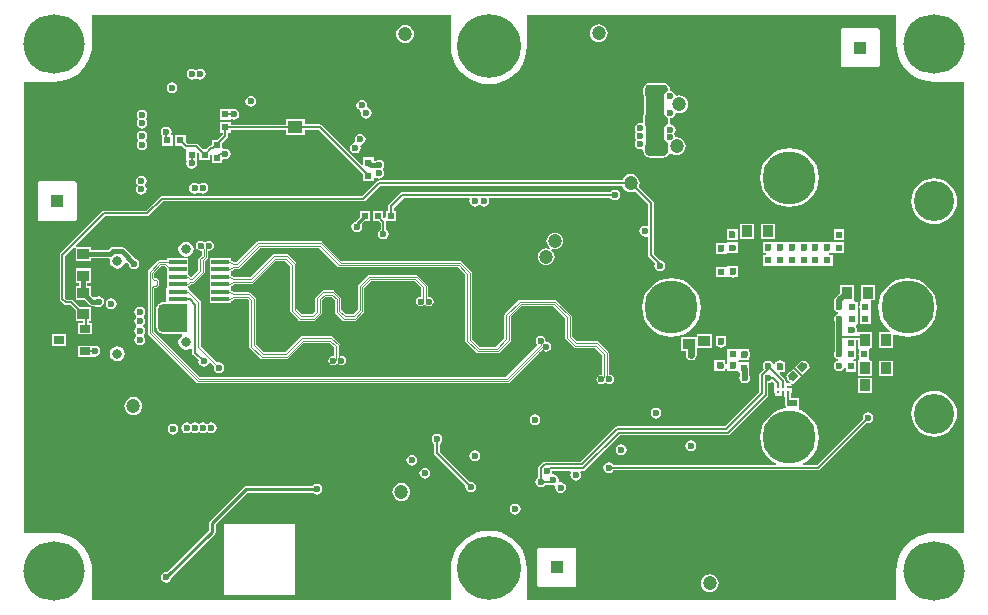
<source format=gbl>
G04*
G04 #@! TF.GenerationSoftware,Altium Limited,Altium Designer,18.0.11 (651)*
G04*
G04 Layer_Physical_Order=6*
G04 Layer_Color=16711680*
%FSLAX44Y44*%
%MOMM*%
G71*
G01*
G75*
%ADD12C,0.2500*%
%ADD13C,0.2000*%
%ADD14C,0.1500*%
%ADD22R,0.6000X0.6000*%
%ADD23R,0.6000X0.6000*%
%ADD24R,1.0000X0.9000*%
%ADD35R,0.9000X1.0000*%
%ADD36R,1.6000X1.8000*%
%ADD37R,1.3000X1.0000*%
%ADD47R,1.6000X0.4000*%
%ADD48R,1.6000X0.4000*%
%ADD102C,0.5000*%
%ADD103C,0.1200*%
%ADD104C,0.6000*%
%ADD108C,0.4000*%
%ADD118R,1.0000X1.0000*%
%ADD120C,1.2000*%
%ADD121C,0.8000*%
%ADD122C,3.4000*%
%ADD124C,5.4000*%
%ADD125O,5.2000X5.0000*%
%ADD126C,0.6000*%
%ADD133P,0.8485X4X270.0*%
%ADD134R,0.9000X0.6500*%
%ADD135C,0.2500*%
%ADD136R,8.0000X7.0000*%
%ADD137C,4.5000*%
G36*
X740461Y473000D02*
X740401D01*
X740796Y467979D01*
X741972Y463081D01*
X743900Y458427D01*
X746531Y454133D01*
X749803Y450303D01*
X753633Y447031D01*
X757927Y444400D01*
X762581Y442472D01*
X767479Y441296D01*
X772500Y440901D01*
Y440961D01*
X797961D01*
Y59039D01*
X772500D01*
Y59099D01*
X767479Y58704D01*
X762581Y57528D01*
X757927Y55600D01*
X753633Y52969D01*
X749803Y49697D01*
X746531Y45867D01*
X743900Y41573D01*
X741972Y36919D01*
X740796Y32021D01*
X740401Y27000D01*
X740461D01*
Y2039D01*
X427539D01*
Y29000D01*
X427599D01*
X427204Y34021D01*
X426028Y38919D01*
X424100Y43573D01*
X421469Y47867D01*
X418197Y51697D01*
X414367Y54969D01*
X410073Y57600D01*
X405419Y59528D01*
X400521Y60704D01*
X395500Y61099D01*
X390479Y60704D01*
X385581Y59528D01*
X380927Y57600D01*
X376633Y54969D01*
X372803Y51697D01*
X369531Y47867D01*
X366900Y43573D01*
X364972Y38919D01*
X363796Y34021D01*
X363401Y29000D01*
X363461D01*
Y2039D01*
X59539D01*
Y27000D01*
X59599D01*
X59204Y32021D01*
X58028Y36919D01*
X56100Y41573D01*
X53469Y45867D01*
X50197Y49697D01*
X46367Y52969D01*
X42073Y55600D01*
X37419Y57528D01*
X32521Y58704D01*
X27500Y59099D01*
Y59039D01*
X2039D01*
Y440961D01*
X27500D01*
Y440901D01*
X32521Y441296D01*
X37419Y442472D01*
X42073Y444400D01*
X46367Y447031D01*
X50197Y450303D01*
X53469Y454133D01*
X56100Y458427D01*
X58028Y463081D01*
X59204Y467979D01*
X59599Y473000D01*
X59539D01*
Y497961D01*
X363461D01*
Y471000D01*
X363401D01*
X363796Y465979D01*
X364972Y461081D01*
X366900Y456427D01*
X369531Y452133D01*
X372803Y448303D01*
X376633Y445031D01*
X380927Y442400D01*
X385581Y440472D01*
X390479Y439296D01*
X395500Y438901D01*
X400521Y439296D01*
X405419Y440472D01*
X410073Y442400D01*
X414367Y445031D01*
X418197Y448303D01*
X421469Y452133D01*
X424100Y456427D01*
X426028Y461081D01*
X427204Y465979D01*
X427599Y471000D01*
X427539D01*
Y497961D01*
X740461D01*
Y473000D01*
D02*
G37*
%LPC*%
G36*
X488500Y489565D02*
X486542Y489307D01*
X484718Y488551D01*
X483151Y487349D01*
X481949Y485782D01*
X481193Y483958D01*
X480935Y482000D01*
X481193Y480042D01*
X481949Y478218D01*
X483151Y476651D01*
X484718Y475449D01*
X486542Y474693D01*
X488500Y474435D01*
X490458Y474693D01*
X492282Y475449D01*
X493849Y476651D01*
X495051Y478218D01*
X495807Y480042D01*
X496065Y482000D01*
X495807Y483958D01*
X495051Y485782D01*
X493849Y487349D01*
X492282Y488551D01*
X490458Y489307D01*
X488500Y489565D01*
D02*
G37*
G36*
X324500Y489065D02*
X322542Y488807D01*
X320718Y488051D01*
X319151Y486849D01*
X317949Y485282D01*
X317193Y483458D01*
X316935Y481500D01*
X317193Y479542D01*
X317949Y477718D01*
X319151Y476151D01*
X320718Y474949D01*
X322542Y474193D01*
X324500Y473935D01*
X326458Y474193D01*
X328282Y474949D01*
X329849Y476151D01*
X331051Y477718D01*
X331807Y479542D01*
X332065Y481500D01*
X331807Y483458D01*
X331051Y485282D01*
X329849Y486849D01*
X328282Y488051D01*
X326458Y488807D01*
X324500Y489065D01*
D02*
G37*
G36*
X725000Y486624D02*
X695000D01*
X693852Y486148D01*
X693376Y485000D01*
Y455000D01*
X693852Y453852D01*
X695000Y453376D01*
X725000D01*
X726148Y453852D01*
X726624Y455000D01*
Y485000D01*
X726148Y486148D01*
X725000Y486624D01*
D02*
G37*
G36*
X151250Y451963D02*
X149494Y451614D01*
X148708Y451089D01*
X147750Y450718D01*
X146792Y451089D01*
X146006Y451614D01*
X144250Y451963D01*
X142494Y451614D01*
X141006Y450619D01*
X140011Y449131D01*
X139662Y447375D01*
X140011Y445619D01*
X141006Y444131D01*
X142494Y443136D01*
X144250Y442787D01*
X146006Y443136D01*
X146792Y443661D01*
X147750Y444032D01*
X148708Y443661D01*
X149494Y443136D01*
X151250Y442787D01*
X153006Y443136D01*
X154494Y444131D01*
X155489Y445619D01*
X155838Y447375D01*
X155489Y449131D01*
X154494Y450619D01*
X153006Y451614D01*
X151250Y451963D01*
D02*
G37*
G36*
X127250Y440462D02*
X125494Y440113D01*
X124005Y439118D01*
X123011Y437630D01*
X122662Y435874D01*
X123011Y434118D01*
X124005Y432630D01*
X125494Y431635D01*
X127250Y431286D01*
X129006Y431635D01*
X130494Y432630D01*
X131489Y434118D01*
X131838Y435874D01*
X131489Y437630D01*
X130494Y439118D01*
X129006Y440113D01*
X127250Y440462D01*
D02*
G37*
G36*
X193750Y428963D02*
X191994Y428614D01*
X190506Y427619D01*
X189511Y426131D01*
X189162Y424375D01*
X189511Y422619D01*
X190506Y421131D01*
X191994Y420136D01*
X193750Y419787D01*
X195506Y420136D01*
X196994Y421131D01*
X197989Y422619D01*
X198338Y424375D01*
X197989Y426131D01*
X196994Y427619D01*
X195506Y428614D01*
X193750Y428963D01*
D02*
G37*
G36*
X179750Y417963D02*
X178020Y417619D01*
X177439Y417507D01*
X176750Y417875D01*
Y417875D01*
X167750D01*
Y408875D01*
X176750D01*
Y408875D01*
X177439Y409243D01*
X178020Y409131D01*
X179750Y408787D01*
X181506Y409136D01*
X182994Y410131D01*
X183989Y411619D01*
X184338Y413375D01*
X183989Y415131D01*
X182994Y416619D01*
X181506Y417614D01*
X179750Y417963D01*
D02*
G37*
G36*
X531000Y440124D02*
X530835Y440055D01*
X529244Y439739D01*
X527756Y438744D01*
X526761Y437256D01*
X526445Y435665D01*
X526376Y435500D01*
X526376Y429750D01*
X526500Y429452D01*
Y413298D01*
X526377Y413000D01*
X526376Y406337D01*
X525534Y405887D01*
X525106Y405769D01*
X523500Y406088D01*
X521744Y405739D01*
X520256Y404744D01*
X519261Y403256D01*
X518912Y401500D01*
X519261Y399744D01*
X519555Y399304D01*
X520252Y398250D01*
X519555Y397196D01*
X519261Y396756D01*
X518912Y395000D01*
X519261Y393244D01*
X520256Y391756D01*
Y391744D01*
X519261Y390256D01*
X518912Y388500D01*
X519261Y386744D01*
X520256Y385256D01*
X521744Y384261D01*
X523500Y383912D01*
X525106Y384231D01*
X525533Y384113D01*
X526376Y383663D01*
X526376Y381500D01*
X526444Y381337D01*
X526761Y379744D01*
X527756Y378256D01*
X529244Y377261D01*
X530837Y376944D01*
X531000Y376876D01*
X544000Y376876D01*
X544165Y376945D01*
X545756Y377261D01*
X547244Y378256D01*
X548239Y379744D01*
X548333Y380220D01*
X549726Y380710D01*
X550718Y379949D01*
X552542Y379193D01*
X554500Y378935D01*
X556458Y379193D01*
X558282Y379949D01*
X559849Y381151D01*
X561051Y382718D01*
X561807Y384542D01*
X562065Y386500D01*
X561807Y388458D01*
X561051Y390282D01*
X559849Y391849D01*
X558282Y393051D01*
X556458Y393807D01*
X555336Y393955D01*
X554779Y394028D01*
X554779D01*
X554500Y394065D01*
X554100Y394012D01*
X553400Y394972D01*
X553360Y395147D01*
X553239Y395756D01*
X552945Y396196D01*
X552248Y397250D01*
X552945Y398304D01*
X553239Y398744D01*
X553588Y400500D01*
X553239Y402256D01*
X552244Y403744D01*
X550756Y404739D01*
X549573Y404974D01*
X548766Y405845D01*
X548623Y406308D01*
X548624Y408940D01*
X548737Y410034D01*
X549797Y410370D01*
X550506Y410511D01*
X551994Y411506D01*
X552989Y412994D01*
X553186Y413984D01*
X554524Y414804D01*
X554792Y414693D01*
X556750Y414435D01*
X558708Y414693D01*
X560532Y415449D01*
X562099Y416651D01*
X563301Y418218D01*
X564057Y420042D01*
X564315Y422000D01*
X564057Y423958D01*
X563301Y425782D01*
X562099Y427349D01*
X560532Y428551D01*
X558708Y429307D01*
X556750Y429565D01*
X554792Y429307D01*
X554638Y429243D01*
X553518Y429842D01*
X553391Y430481D01*
X552396Y431970D01*
X550908Y432964D01*
X549797Y433185D01*
X549129Y433364D01*
X548624Y434503D01*
X548624Y435501D01*
X548624Y435501D01*
X548624Y435501D01*
X548555Y435667D01*
X548239Y437256D01*
X547244Y438744D01*
X545756Y439739D01*
X544164Y440056D01*
X544000Y440123D01*
X531000Y440124D01*
D02*
G37*
G36*
X287750Y425588D02*
X285994Y425239D01*
X284506Y424244D01*
X283511Y422756D01*
X283162Y421000D01*
X283511Y419244D01*
X284506Y417756D01*
X285994Y416761D01*
X286386Y416683D01*
X287313Y415260D01*
X287162Y414500D01*
X287511Y412744D01*
X288506Y411256D01*
X289994Y410261D01*
X291750Y409912D01*
X293506Y410261D01*
X294994Y411256D01*
X295989Y412744D01*
X296338Y414500D01*
X295989Y416256D01*
X294994Y417744D01*
X293506Y418739D01*
X293114Y418817D01*
X292187Y420240D01*
X292338Y421000D01*
X291989Y422756D01*
X290994Y424244D01*
X289506Y425239D01*
X287750Y425588D01*
D02*
G37*
G36*
X239750Y409250D02*
X223750D01*
Y404669D01*
X176750D01*
Y406875D01*
X167750D01*
Y397875D01*
X169956D01*
Y396325D01*
X165506Y391875D01*
X160750D01*
Y387169D01*
X160250D01*
X159372Y386994D01*
X158628Y386497D01*
X156006Y383875D01*
X153494D01*
X149372Y387997D01*
X148628Y388494D01*
X147750Y388669D01*
X140200D01*
X138750Y390119D01*
Y395875D01*
X129750D01*
Y386875D01*
X135506D01*
X137628Y384753D01*
X138372Y384255D01*
X139250Y383875D01*
Y374875D01*
X139250D01*
X139618Y374186D01*
X139506Y373605D01*
X139162Y371875D01*
X139511Y370119D01*
X140506Y368631D01*
X141994Y367636D01*
X143750Y367287D01*
X145506Y367636D01*
X146994Y368631D01*
X147989Y370119D01*
X148338Y371875D01*
X147994Y373605D01*
X147882Y374186D01*
X148250Y374875D01*
X148250D01*
Y380885D01*
X149359Y381359D01*
X150250Y380625D01*
Y374875D01*
X159250D01*
Y379581D01*
X159480Y379735D01*
X160750Y379056D01*
Y371875D01*
X169750D01*
Y374721D01*
X171020Y375531D01*
X172250Y375286D01*
X174006Y375635D01*
X175494Y376630D01*
X176489Y378118D01*
X176838Y379874D01*
X176489Y381630D01*
X175494Y383119D01*
X174006Y384113D01*
X172250Y384462D01*
X171020Y384218D01*
X169750Y385027D01*
Y389631D01*
X173872Y393753D01*
X174369Y394497D01*
X174544Y395375D01*
Y397875D01*
X176750D01*
Y400081D01*
X223750D01*
Y396250D01*
X239750D01*
Y400456D01*
X251300D01*
X279628Y372128D01*
X280372Y371631D01*
X280594Y371586D01*
X289000Y363180D01*
Y357000D01*
X298000D01*
Y359849D01*
X299256Y360256D01*
X300744Y359261D01*
X302500Y358912D01*
X304256Y359261D01*
X305744Y360256D01*
X306739Y361744D01*
X307088Y363500D01*
X306739Y365256D01*
X306214Y366042D01*
X305843Y367000D01*
X306214Y367958D01*
X306739Y368744D01*
X307088Y370500D01*
X306739Y372256D01*
X305744Y373744D01*
X304256Y374739D01*
X302500Y375088D01*
X300744Y374739D01*
X299741Y374069D01*
X298000D01*
Y377000D01*
X289000D01*
Y371328D01*
X287827Y370842D01*
X283297Y375372D01*
X282553Y375869D01*
X282331Y375914D01*
X253872Y404372D01*
X253128Y404869D01*
X252250Y405044D01*
X239750D01*
Y409250D01*
D02*
G37*
G36*
X101750Y417463D02*
X99994Y417114D01*
X98506Y416119D01*
X97511Y414631D01*
X97162Y412875D01*
X97511Y411119D01*
X98506Y409631D01*
Y409119D01*
X97511Y407631D01*
X97162Y405875D01*
X97511Y404119D01*
X98506Y402631D01*
X99994Y401636D01*
X101750Y401287D01*
X103506Y401636D01*
X104994Y402631D01*
X105989Y404119D01*
X106338Y405875D01*
X105989Y407631D01*
X104994Y409119D01*
Y409631D01*
X105989Y411119D01*
X106338Y412875D01*
X105989Y414631D01*
X104994Y416119D01*
X103506Y417114D01*
X101750Y417463D01*
D02*
G37*
G36*
X122250Y402963D02*
X120494Y402614D01*
X119006Y401619D01*
X118011Y400131D01*
X117662Y398375D01*
X118011Y396619D01*
X118750Y395513D01*
Y386875D01*
X127750D01*
Y395875D01*
X127403D01*
X126593Y397145D01*
X126838Y398375D01*
X126489Y400131D01*
X125494Y401619D01*
X124006Y402614D01*
X122250Y402963D01*
D02*
G37*
G36*
X101750Y399463D02*
X99994Y399114D01*
X98506Y398119D01*
X97511Y396631D01*
X97162Y394875D01*
X97511Y393119D01*
X98506Y391631D01*
Y391119D01*
X97511Y389631D01*
X97162Y387875D01*
X97511Y386119D01*
X98506Y384631D01*
X99994Y383636D01*
X101750Y383287D01*
X103506Y383636D01*
X104994Y384631D01*
X105989Y386119D01*
X106338Y387875D01*
X105989Y389631D01*
X104994Y391119D01*
Y391631D01*
X105989Y393119D01*
X106338Y394875D01*
X105989Y396631D01*
X104994Y398119D01*
X103506Y399114D01*
X101750Y399463D01*
D02*
G37*
G36*
X286500Y396838D02*
X284744Y396489D01*
X283256Y395494D01*
X282261Y394006D01*
X281912Y392250D01*
X282261Y390494D01*
X281328Y389605D01*
X280744Y389489D01*
X279256Y388494D01*
X278261Y387006D01*
X277912Y385250D01*
X278261Y383494D01*
X279256Y382006D01*
X280744Y381011D01*
X282500Y380662D01*
X284256Y381011D01*
X285744Y382006D01*
X286739Y383494D01*
X287088Y385250D01*
X286739Y387006D01*
X287672Y387895D01*
X288256Y388011D01*
X289744Y389006D01*
X290739Y390494D01*
X291088Y392250D01*
X290739Y394006D01*
X289744Y395494D01*
X288256Y396489D01*
X286500Y396838D01*
D02*
G37*
G36*
X515500Y362815D02*
X513542Y362557D01*
X511718Y361801D01*
X510151Y360599D01*
X508949Y359032D01*
X508332Y357544D01*
X302250D01*
X302250Y357544D01*
X301372Y357369D01*
X300628Y356872D01*
X288050Y344294D01*
X118425D01*
X117547Y344119D01*
X116803Y343622D01*
X105224Y332044D01*
X69750D01*
X68872Y331869D01*
X68128Y331372D01*
X32653Y295897D01*
X32156Y295153D01*
X31981Y294275D01*
Y257350D01*
X32156Y256472D01*
X32653Y255728D01*
X35728Y252653D01*
X36472Y252156D01*
X37350Y251981D01*
X40950D01*
X45500Y247431D01*
Y238175D01*
X52206D01*
Y236750D01*
X47500D01*
Y227250D01*
X59500D01*
Y236750D01*
X56794D01*
Y238175D01*
X58500D01*
Y250175D01*
X49244D01*
X43522Y255897D01*
X42778Y256394D01*
X41900Y256569D01*
X38301D01*
X36569Y258301D01*
Y293325D01*
X44230Y300986D01*
X45500Y300460D01*
X45500Y299954D01*
Y289000D01*
X58500D01*
Y291431D01*
X74010D01*
X74815Y290450D01*
X74577Y289250D01*
X75066Y286792D01*
X76458Y284708D01*
X78542Y283316D01*
X81000Y282827D01*
X83458Y283316D01*
X85542Y284708D01*
X86934Y286792D01*
X87172Y287985D01*
X88550Y288403D01*
X90526Y286428D01*
X90761Y285244D01*
X91756Y283756D01*
X93244Y282761D01*
X95000Y282412D01*
X96756Y282761D01*
X98244Y283756D01*
X99239Y285244D01*
X99588Y287000D01*
X99239Y288756D01*
X98244Y290244D01*
X96756Y291239D01*
X95572Y291474D01*
X86973Y300073D01*
X85816Y300847D01*
X84450Y301119D01*
X77562D01*
X76196Y300847D01*
X75039Y300073D01*
X73534Y298569D01*
X58500D01*
Y301000D01*
X46619D01*
X46040Y301000D01*
X45514Y302270D01*
X70700Y327456D01*
X106175D01*
X107052Y327631D01*
X107797Y328128D01*
X119375Y339706D01*
X289000D01*
X289878Y339881D01*
X290622Y340378D01*
X303200Y352956D01*
X508332D01*
X508949Y351468D01*
X510151Y349901D01*
X511718Y348699D01*
X513542Y347943D01*
X515500Y347685D01*
X517458Y347943D01*
X518946Y348559D01*
X530456Y337050D01*
Y319397D01*
X529408Y318747D01*
X529186Y318753D01*
X527500Y319088D01*
X525744Y318739D01*
X524256Y317744D01*
X523261Y316256D01*
X522912Y314500D01*
X523261Y312744D01*
X524256Y311256D01*
X525744Y310261D01*
X527500Y309912D01*
X529186Y310247D01*
X529408Y310253D01*
X530456Y309603D01*
Y294425D01*
X530631Y293547D01*
X531128Y292803D01*
X536227Y287703D01*
X535861Y287156D01*
X535512Y285400D01*
X535861Y283644D01*
X536856Y282156D01*
X538344Y281161D01*
X540100Y280812D01*
X541856Y281161D01*
X543344Y282156D01*
X544339Y283644D01*
X544688Y285400D01*
X544339Y287156D01*
X543344Y288644D01*
X541856Y289639D01*
X540513Y289906D01*
X535044Y295375D01*
Y338000D01*
X534869Y338878D01*
X534372Y339622D01*
X522191Y351804D01*
X522807Y353292D01*
X523065Y355250D01*
X522807Y357208D01*
X522051Y359032D01*
X520849Y360599D01*
X519282Y361801D01*
X517458Y362557D01*
X515500Y362815D01*
D02*
G37*
G36*
X153250Y355463D02*
X151494Y355114D01*
X150708Y354589D01*
X149750Y354218D01*
X148792Y354589D01*
X148006Y355114D01*
X146250Y355463D01*
X144494Y355114D01*
X143006Y354119D01*
X142011Y352631D01*
X141662Y350875D01*
X142011Y349119D01*
X143006Y347631D01*
X144494Y346636D01*
X146250Y346287D01*
X148006Y346636D01*
X148792Y347161D01*
X149750Y347532D01*
X150708Y347161D01*
X151494Y346636D01*
X153250Y346287D01*
X155006Y346636D01*
X156494Y347631D01*
X157489Y349119D01*
X157838Y350875D01*
X157489Y352631D01*
X156494Y354119D01*
X155006Y355114D01*
X153250Y355463D01*
D02*
G37*
G36*
X101250Y361463D02*
X99494Y361114D01*
X98006Y360119D01*
X97011Y358631D01*
X96662Y356875D01*
X97011Y355119D01*
X98006Y353631D01*
Y353119D01*
X97011Y351631D01*
X96662Y349875D01*
X97011Y348119D01*
X98006Y346631D01*
X99494Y345636D01*
X101250Y345287D01*
X103006Y345636D01*
X104494Y346631D01*
X105489Y348119D01*
X105838Y349875D01*
X105489Y351631D01*
X104494Y353119D01*
Y353631D01*
X105489Y355119D01*
X105838Y356875D01*
X105489Y358631D01*
X104494Y360119D01*
X103006Y361114D01*
X101250Y361463D01*
D02*
G37*
G36*
X502000Y349838D02*
X500244Y349489D01*
X498756Y348494D01*
X498121Y347544D01*
X322250D01*
X321372Y347369D01*
X320628Y346872D01*
X310878Y337122D01*
X310380Y336378D01*
X310206Y335500D01*
Y332000D01*
X308000D01*
Y326280D01*
X306840Y325774D01*
X306000Y326444D01*
Y332000D01*
X297000D01*
Y323000D01*
X302756D01*
X303956Y321800D01*
Y316129D01*
X303006Y315494D01*
X302011Y314006D01*
X301662Y312250D01*
X302011Y310494D01*
X303006Y309006D01*
X304494Y308011D01*
X306250Y307662D01*
X308006Y308011D01*
X309494Y309006D01*
X310489Y310494D01*
X310838Y312250D01*
X310489Y314006D01*
X309494Y315494D01*
X308544Y316129D01*
Y322750D01*
X308749Y323000D01*
X317000D01*
Y332000D01*
X314794D01*
Y334550D01*
X323200Y342956D01*
X378603D01*
X379253Y341908D01*
X379247Y341686D01*
X378912Y340000D01*
X379261Y338244D01*
X380256Y336756D01*
X381744Y335761D01*
X383500Y335412D01*
X385256Y335761D01*
X386387Y336517D01*
X387250Y336668D01*
X388112Y336517D01*
X389243Y335761D01*
X390999Y335412D01*
X392755Y335761D01*
X394244Y336756D01*
X395238Y338244D01*
X395587Y340000D01*
X395252Y341686D01*
X395246Y341908D01*
X395896Y342956D01*
X498121D01*
X498756Y342006D01*
X500244Y341011D01*
X502000Y340662D01*
X503756Y341011D01*
X505244Y342006D01*
X506239Y343494D01*
X506588Y345250D01*
X506239Y347006D01*
X505244Y348494D01*
X503756Y349489D01*
X502000Y349838D01*
D02*
G37*
G36*
X650000Y384920D02*
X645138Y384441D01*
X640463Y383023D01*
X636155Y380720D01*
X632379Y377621D01*
X629280Y373845D01*
X626977Y369536D01*
X625559Y364862D01*
X625080Y360000D01*
X625559Y355138D01*
X626977Y350463D01*
X629280Y346155D01*
X632379Y342379D01*
X636155Y339280D01*
X640463Y336977D01*
X645138Y335559D01*
X650000Y335080D01*
X654862Y335559D01*
X659537Y336977D01*
X663845Y339280D01*
X667621Y342379D01*
X670720Y346155D01*
X673023Y350463D01*
X674441Y355138D01*
X674920Y360000D01*
X674441Y364862D01*
X673023Y369536D01*
X670720Y373845D01*
X667621Y377621D01*
X663845Y380720D01*
X659537Y383023D01*
X654862Y384441D01*
X650000Y384920D01*
D02*
G37*
G36*
X45000Y356624D02*
X15000D01*
X13852Y356148D01*
X13376Y355000D01*
Y325000D01*
X13852Y323852D01*
X15000Y323376D01*
X45000D01*
X46148Y323852D01*
X46624Y325000D01*
Y355000D01*
X46148Y356148D01*
X45000Y356624D01*
D02*
G37*
G36*
X772500Y359393D02*
X768717Y359021D01*
X765079Y357917D01*
X761726Y356125D01*
X758787Y353713D01*
X756375Y350774D01*
X754583Y347421D01*
X753479Y343783D01*
X753107Y340000D01*
X753479Y336217D01*
X754583Y332579D01*
X756375Y329226D01*
X758787Y326287D01*
X761726Y323875D01*
X765079Y322083D01*
X768717Y320979D01*
X772500Y320607D01*
X776283Y320979D01*
X779921Y322083D01*
X783274Y323875D01*
X786213Y326287D01*
X788625Y329226D01*
X790417Y332579D01*
X791521Y336217D01*
X791893Y340000D01*
X791521Y343783D01*
X790417Y347421D01*
X788625Y350774D01*
X786213Y353713D01*
X783274Y356125D01*
X779921Y357917D01*
X776283Y359021D01*
X772500Y359393D01*
D02*
G37*
G36*
X295000Y332000D02*
X286000D01*
Y326965D01*
X281767Y322733D01*
X281592Y322470D01*
X280506Y321744D01*
X279511Y320256D01*
X279162Y318500D01*
X279511Y316744D01*
X280506Y315256D01*
X281994Y314261D01*
X283750Y313912D01*
X285506Y314261D01*
X286994Y315256D01*
X287989Y316744D01*
X288338Y318500D01*
X287989Y320256D01*
X287681Y320716D01*
X289965Y323000D01*
X295000D01*
Y332000D01*
D02*
G37*
G36*
X638000Y321000D02*
X626000D01*
Y308000D01*
X638000D01*
Y321000D01*
D02*
G37*
G36*
X620000D02*
X608000D01*
Y308000D01*
X620000D01*
Y321000D01*
D02*
G37*
G36*
X601499Y316589D02*
X599743Y316239D01*
X599385Y316000D01*
X597000D01*
Y312450D01*
X596911Y312001D01*
X597000Y311551D01*
Y307000D01*
X606000D01*
Y311563D01*
X606087Y312001D01*
X606000Y312438D01*
Y316000D01*
X603613D01*
X603255Y316239D01*
X601499Y316589D01*
D02*
G37*
G36*
X692000Y316088D02*
X691557Y316000D01*
X687500D01*
Y311943D01*
X687412Y311500D01*
X687500Y311057D01*
Y307000D01*
X691557D01*
X692000Y306912D01*
X692443Y307000D01*
X696500D01*
Y311057D01*
X696588Y311500D01*
X696500Y311943D01*
Y316000D01*
X692443D01*
X692000Y316088D01*
D02*
G37*
G36*
X253411Y306081D02*
X253411Y306081D01*
X200339D01*
X200339Y306081D01*
X199715Y305957D01*
X199185Y305604D01*
X181713Y288131D01*
X179351D01*
X177754Y289729D01*
X177224Y290082D01*
X177000Y290127D01*
Y291575D01*
X159000D01*
Y285575D01*
X159000D01*
Y285225D01*
X159000D01*
Y280145D01*
X159000Y279225D01*
X159000Y277955D01*
Y272875D01*
X159000D01*
Y272525D01*
X159000D01*
Y267445D01*
X159000Y266525D01*
X159000Y265255D01*
Y260175D01*
X159000D01*
Y259825D01*
X159000D01*
Y253825D01*
X177000D01*
Y255273D01*
X177224Y255318D01*
X177754Y255671D01*
X179351Y257269D01*
X191174D01*
X192619Y255824D01*
Y216889D01*
X192619Y216889D01*
X192743Y216264D01*
X193097Y215735D01*
X201935Y206896D01*
X202465Y206543D01*
X203089Y206419D01*
X203089Y206419D01*
X224411D01*
X224411Y206419D01*
X225035Y206543D01*
X225565Y206896D01*
X238837Y220169D01*
X260524D01*
X264369Y216324D01*
Y209709D01*
X263600Y209078D01*
X262039Y208768D01*
X260716Y207884D01*
X259832Y206561D01*
X259522Y205000D01*
X259832Y203439D01*
X260716Y202116D01*
X262039Y201232D01*
X263600Y200922D01*
X265161Y201232D01*
X266484Y202116D01*
X267716D01*
X269039Y201232D01*
X270600Y200922D01*
X272161Y201232D01*
X273484Y202116D01*
X274368Y203439D01*
X274678Y205000D01*
X274368Y206561D01*
X273484Y207884D01*
X272161Y208768D01*
X270600Y209078D01*
X269831Y209709D01*
Y217911D01*
X269707Y218535D01*
X269354Y219065D01*
X269354Y219065D01*
X263265Y225154D01*
X262736Y225507D01*
X262111Y225631D01*
X262111Y225631D01*
X237250D01*
X237250Y225631D01*
X236626Y225507D01*
X236096Y225154D01*
X222824Y211881D01*
X204676D01*
X198081Y218476D01*
Y257411D01*
X197957Y258036D01*
X197603Y258565D01*
X193915Y262253D01*
X193386Y262607D01*
X192761Y262731D01*
X192761Y262731D01*
X179351D01*
X177754Y264328D01*
X177224Y264682D01*
X177000Y264727D01*
X177000Y266175D01*
X177000Y267973D01*
X177224Y268018D01*
X177754Y268371D01*
X179351Y269969D01*
X194711D01*
X194711Y269969D01*
X195336Y270093D01*
X195865Y270446D01*
X215037Y289619D01*
X222963D01*
X227119Y285463D01*
Y246889D01*
X227119Y246889D01*
X227243Y246264D01*
X227596Y245735D01*
X234185Y239146D01*
X234714Y238793D01*
X235339Y238669D01*
X247161D01*
X247161Y238669D01*
X247785Y238793D01*
X248315Y239146D01*
X253603Y244435D01*
X253603Y244435D01*
X253957Y244965D01*
X254081Y245589D01*
X254081Y245589D01*
Y256163D01*
X257037Y259119D01*
X261824D01*
X264869Y256074D01*
Y246389D01*
X264869Y246389D01*
X264993Y245765D01*
X265347Y245235D01*
X271435Y239147D01*
X271435Y239146D01*
X271964Y238793D01*
X272589Y238669D01*
X272589Y238669D01*
X281911D01*
X281911Y238669D01*
X282536Y238793D01*
X283065Y239146D01*
X289442Y245524D01*
X289796Y246053D01*
X289920Y246677D01*
Y266252D01*
X295712Y272044D01*
X332649D01*
X338369Y266324D01*
Y259709D01*
X337600Y259078D01*
X336039Y258768D01*
X334716Y257884D01*
X333832Y256561D01*
X333522Y255000D01*
X333832Y253439D01*
X334716Y252116D01*
X336039Y251232D01*
X337600Y250922D01*
X339161Y251232D01*
X340280Y251980D01*
X341100Y252106D01*
X341920Y251980D01*
X343039Y251232D01*
X344600Y250922D01*
X346161Y251232D01*
X347484Y252116D01*
X348368Y253439D01*
X348678Y255000D01*
X348368Y256561D01*
X347484Y257884D01*
X346161Y258768D01*
X344600Y259078D01*
X343831Y259709D01*
Y267911D01*
X343831Y267911D01*
X343707Y268535D01*
X343354Y269065D01*
X343354Y269065D01*
X335390Y277029D01*
X334861Y277382D01*
X334236Y277506D01*
X334236Y277506D01*
X294125D01*
X294125Y277506D01*
X293501Y277382D01*
X292971Y277029D01*
X292971Y277029D01*
X284935Y268992D01*
X284582Y268463D01*
X284457Y267839D01*
X284457Y267839D01*
Y248265D01*
X280324Y244131D01*
X274176D01*
X270331Y247976D01*
Y257661D01*
X270331Y257661D01*
X270207Y258286D01*
X269853Y258815D01*
X269853Y258815D01*
X264565Y264104D01*
X264035Y264457D01*
X263411Y264581D01*
X263411Y264581D01*
X255450D01*
X254826Y264457D01*
X254296Y264104D01*
X254296Y264104D01*
X249097Y258904D01*
X248743Y258374D01*
X248619Y257750D01*
X248619Y257750D01*
Y247176D01*
X245574Y244131D01*
X236926D01*
X232581Y248476D01*
Y287050D01*
X232581Y287050D01*
X232457Y287674D01*
X232104Y288204D01*
X225704Y294604D01*
X225174Y294957D01*
X224550Y295081D01*
X224550Y295081D01*
X213450D01*
X213450Y295081D01*
X212826Y294957D01*
X212297Y294604D01*
X212296Y294603D01*
X193124Y275431D01*
X179351D01*
X177754Y277029D01*
X177224Y277382D01*
X177000Y277427D01*
X177000Y278875D01*
X177000Y280673D01*
X177224Y280718D01*
X177754Y281071D01*
X179351Y282669D01*
X183300D01*
X183300Y282669D01*
X183924Y282793D01*
X184454Y283146D01*
X201926Y300619D01*
X251824D01*
X267796Y284646D01*
X268326Y284293D01*
X268950Y284169D01*
X369274D01*
X375619Y277824D01*
Y221750D01*
X375619Y221750D01*
X375743Y221126D01*
X376096Y220597D01*
X385046Y211646D01*
X385576Y211293D01*
X386200Y211169D01*
X403050D01*
X403050Y211169D01*
X403674Y211293D01*
X404204Y211646D01*
X413604Y221046D01*
X413604Y221047D01*
X413957Y221576D01*
X414081Y222200D01*
X414081Y222200D01*
Y242163D01*
X423037Y251119D01*
X449824D01*
X460119Y240824D01*
Y224339D01*
X460119Y224339D01*
X460243Y223715D01*
X460597Y223185D01*
X467385Y216397D01*
X467385Y216397D01*
X467915Y216043D01*
X468539Y215919D01*
X468539Y215919D01*
X485524D01*
X491369Y210074D01*
Y193709D01*
X490600Y193078D01*
X489039Y192768D01*
X487716Y191884D01*
X486832Y190561D01*
X486522Y189000D01*
X486832Y187439D01*
X487716Y186116D01*
X489039Y185232D01*
X490600Y184922D01*
X492161Y185232D01*
X493280Y185980D01*
X494100Y186106D01*
X494920Y185980D01*
X496039Y185232D01*
X497600Y184922D01*
X499161Y185232D01*
X500484Y186116D01*
X501368Y187439D01*
X501678Y189000D01*
X501368Y190561D01*
X500484Y191884D01*
X499161Y192768D01*
X497600Y193078D01*
X496831Y193709D01*
Y211661D01*
X496831Y211661D01*
X496707Y212285D01*
X496354Y212815D01*
X496353Y212815D01*
X488265Y220903D01*
X487735Y221257D01*
X487111Y221381D01*
X487111Y221381D01*
X470126D01*
X465581Y225926D01*
Y242411D01*
X465581Y242411D01*
X465457Y243036D01*
X465103Y243565D01*
X465103Y243565D01*
X452565Y256103D01*
X452036Y256457D01*
X451411Y256581D01*
X451411Y256581D01*
X421450D01*
X421450Y256581D01*
X420826Y256457D01*
X420296Y256103D01*
X420296Y256103D01*
X409096Y244904D01*
X408743Y244374D01*
X408619Y243750D01*
X408619Y243750D01*
Y223787D01*
X401463Y216631D01*
X387787D01*
X381081Y223337D01*
Y279411D01*
X381081Y279411D01*
X380957Y280036D01*
X380603Y280565D01*
X380603Y280565D01*
X372015Y289153D01*
X371485Y289507D01*
X370861Y289631D01*
X370861Y289631D01*
X270537D01*
X254565Y305604D01*
X254036Y305957D01*
X253411Y306081D01*
D02*
G37*
G36*
X677500Y305500D02*
X676500D01*
X676230Y305500D01*
X667770D01*
X667500Y305500D01*
X666500D01*
X666230Y305500D01*
X657770D01*
X657500Y305500D01*
X656500D01*
X656230Y305500D01*
X647770D01*
X647500Y305500D01*
X646500D01*
X646230Y305500D01*
X637770D01*
X637500Y305500D01*
X636500D01*
X636230Y305500D01*
X627500D01*
Y296500D01*
X629862D01*
X630081Y296354D01*
X630306Y295181D01*
X630258Y294853D01*
X629829Y294500D01*
X627500D01*
Y285500D01*
X636230D01*
X636500Y285500D01*
X637500D01*
X637770Y285500D01*
X646230D01*
X646500Y285500D01*
X647500D01*
X647770Y285500D01*
X656230D01*
X656500Y285500D01*
X657500D01*
X657770Y285500D01*
X666230D01*
X666500Y285500D01*
X667500D01*
X667770Y285500D01*
X676230D01*
X676500Y285500D01*
X677500D01*
X677770Y285500D01*
X686500D01*
Y290158D01*
X686538Y290350D01*
X686500Y290542D01*
Y294500D01*
X683839D01*
X683706Y294589D01*
X683134Y294703D01*
Y295998D01*
X683706Y296111D01*
X684288Y296500D01*
X686437Y296500D01*
X687500Y296000D01*
X687563Y296000D01*
X690753D01*
X691950Y295762D01*
X693147Y296000D01*
X696500D01*
Y300158D01*
X696538Y300350D01*
X696500Y300542D01*
Y305000D01*
X687770D01*
X687563Y305000D01*
X686500Y305500D01*
X686437Y305500D01*
X677770D01*
X677500Y305500D01*
D02*
G37*
G36*
X158600Y306328D02*
X157039Y306018D01*
X155920Y305270D01*
X155100Y305144D01*
X154280Y305270D01*
X153161Y306018D01*
X151600Y306328D01*
X150039Y306018D01*
X148716Y305134D01*
X147832Y303811D01*
X147522Y302250D01*
X147832Y300689D01*
X148716Y299366D01*
X150039Y298482D01*
X151600Y298172D01*
X152369Y297541D01*
Y294287D01*
X149896Y291815D01*
X149543Y291285D01*
X149419Y290661D01*
X149419Y290661D01*
Y281526D01*
X143337Y275445D01*
X141754Y277029D01*
X141224Y277382D01*
X141000Y277427D01*
X141000Y278875D01*
X141000Y280145D01*
Y284305D01*
X141000Y285225D01*
X141000D01*
Y285575D01*
X141000D01*
Y291575D01*
X123000D01*
Y290206D01*
X116464D01*
X115840Y290082D01*
X115310Y289729D01*
X107147Y281565D01*
X106793Y281035D01*
X106669Y280411D01*
X106669Y280411D01*
Y228700D01*
X106669Y228700D01*
X106793Y228076D01*
X107147Y227547D01*
X148347Y186346D01*
X148876Y185993D01*
X149500Y185869D01*
X149500Y185869D01*
X411611D01*
X411611Y185869D01*
X412235Y185993D01*
X412765Y186346D01*
X440379Y213961D01*
X441369Y213864D01*
X442692Y212979D01*
X444253Y212669D01*
X445813Y212979D01*
X447136Y213864D01*
X448021Y215187D01*
X448331Y216747D01*
X448021Y218308D01*
X447136Y219631D01*
X445813Y220515D01*
X444493Y220778D01*
X443824Y221269D01*
X443334Y221938D01*
X443071Y223258D01*
X442187Y224581D01*
X440864Y225465D01*
X439303Y225775D01*
X437742Y225465D01*
X436419Y224581D01*
X435535Y223258D01*
X435225Y221697D01*
X435535Y220136D01*
X436419Y218813D01*
X436517Y217824D01*
X410024Y191331D01*
X151087D01*
X112131Y230287D01*
Y266324D01*
X112426Y266619D01*
X113500D01*
X113500Y266619D01*
X114124Y266743D01*
X114654Y267097D01*
X115904Y268346D01*
X115904Y268347D01*
X116257Y268876D01*
X116381Y269500D01*
X116381Y269500D01*
Y272250D01*
X116257Y272874D01*
X115904Y273403D01*
X115904Y273404D01*
X114778Y274529D01*
X114249Y274882D01*
X113625Y275006D01*
X113625Y275006D01*
X112551D01*
X112131Y275426D01*
Y278824D01*
X118051Y284744D01*
X120949D01*
X123000Y282693D01*
X123000Y279225D01*
X123000Y277955D01*
Y272875D01*
X123000D01*
Y272525D01*
X123000D01*
Y266675D01*
X122500D01*
Y254274D01*
X118500Y254274D01*
X117352Y253798D01*
X116662Y253108D01*
X115761Y252507D01*
X115160Y251606D01*
X114352Y250798D01*
X113877Y249650D01*
X113877Y233000D01*
X114108Y232443D01*
X114352Y231852D01*
X114598Y231607D01*
X114767Y230756D01*
X115761Y229267D01*
X117250Y228272D01*
X118775Y227969D01*
X119000Y227876D01*
X119000Y227876D01*
X119000Y227876D01*
X135581Y227876D01*
X135734Y227665D01*
X135426Y225939D01*
X134458Y225292D01*
X133066Y223208D01*
X132577Y220750D01*
X133066Y218292D01*
X134458Y216208D01*
X136542Y214816D01*
X139000Y214327D01*
X141458Y214816D01*
X142986Y215836D01*
X144256Y215164D01*
Y211700D01*
X144431Y210822D01*
X144928Y210078D01*
X149635Y205371D01*
X149412Y204250D01*
X149761Y202494D01*
X150756Y201006D01*
X152244Y200011D01*
X154000Y199662D01*
X155756Y200011D01*
X157244Y201006D01*
X158239Y202494D01*
X158312Y202864D01*
X159690Y203282D01*
X162671Y200301D01*
X162412Y199000D01*
X162761Y197244D01*
X163756Y195756D01*
X165244Y194761D01*
X167000Y194412D01*
X168756Y194761D01*
X170244Y195756D01*
X171239Y197244D01*
X171588Y199000D01*
X171239Y200756D01*
X170244Y202244D01*
X168756Y203239D01*
X167000Y203588D01*
X165699Y203329D01*
X151541Y217487D01*
Y232459D01*
X151500Y232500D01*
X151500Y250500D01*
X151541Y250541D01*
Y254600D01*
X151378Y255419D01*
X150914Y256114D01*
X142339Y264689D01*
X141644Y265153D01*
X141500Y265182D01*
Y266675D01*
X141000D01*
Y267973D01*
X141224Y268018D01*
X141754Y268371D01*
X143351Y269969D01*
X144911D01*
X144911Y269969D01*
X145535Y270093D01*
X146065Y270446D01*
X154404Y278785D01*
X154757Y279314D01*
X154881Y279939D01*
Y289074D01*
X157353Y291546D01*
X157707Y292076D01*
X157831Y292700D01*
Y297541D01*
X158600Y298172D01*
X160161Y298482D01*
X161484Y299366D01*
X162368Y300689D01*
X162678Y302250D01*
X162368Y303811D01*
X161484Y305134D01*
X160161Y306018D01*
X158600Y306328D01*
D02*
G37*
G36*
X451250Y313310D02*
X449423Y313070D01*
X447720Y312365D01*
X446258Y311243D01*
X445135Y309780D01*
X444430Y308077D01*
X444190Y306250D01*
X444430Y304423D01*
X445135Y302720D01*
X446258Y301258D01*
X446941Y300733D01*
X446301Y299624D01*
X445827Y299820D01*
X444000Y300060D01*
X442173Y299820D01*
X440470Y299114D01*
X439008Y297992D01*
X437886Y296530D01*
X437180Y294827D01*
X436940Y293000D01*
X437180Y291173D01*
X437886Y289470D01*
X439008Y288007D01*
X440470Y286885D01*
X442173Y286180D01*
X444000Y285940D01*
X445827Y286180D01*
X447530Y286885D01*
X448992Y288007D01*
X450115Y289470D01*
X450820Y291173D01*
X451060Y293000D01*
X450820Y294827D01*
X450115Y296530D01*
X448992Y297992D01*
X448309Y298517D01*
X448949Y299626D01*
X449423Y299430D01*
X451250Y299190D01*
X453077Y299430D01*
X454780Y300135D01*
X456242Y301258D01*
X457365Y302720D01*
X458070Y304423D01*
X458310Y306250D01*
X458070Y308077D01*
X457365Y309780D01*
X456242Y311243D01*
X454780Y312365D01*
X453077Y313070D01*
X451250Y313310D01*
D02*
G37*
G36*
X597000Y305000D02*
X595937Y304500D01*
X587500D01*
Y300544D01*
X587362Y299850D01*
X587500Y299156D01*
Y295500D01*
X590753D01*
X591950Y295262D01*
X593147Y295500D01*
X596500Y295500D01*
X597563Y296000D01*
X600753D01*
X601950Y295762D01*
X603147Y296000D01*
X606000D01*
Y298312D01*
X606189Y298594D01*
X606538Y300350D01*
X606189Y302106D01*
X606000Y302389D01*
Y305000D01*
X597135Y305000D01*
X597000D01*
D02*
G37*
G36*
X139000Y305673D02*
X136542Y305184D01*
X134458Y303792D01*
X133066Y301708D01*
X132577Y299250D01*
X133066Y296792D01*
X134458Y294708D01*
X136542Y293316D01*
X139000Y292827D01*
X141458Y293316D01*
X143542Y294708D01*
X144935Y296792D01*
X145423Y299250D01*
X144935Y301708D01*
X143542Y303792D01*
X141458Y305184D01*
X139000Y305673D01*
D02*
G37*
G36*
X597500Y285000D02*
X596437Y284500D01*
X596230Y284500D01*
X592418D01*
X592029Y284578D01*
X591640Y284500D01*
X587500D01*
Y280287D01*
X587441Y279989D01*
X587500Y279692D01*
Y275500D01*
X591532D01*
X592029Y275401D01*
X592526Y275500D01*
X596437D01*
X596500Y275500D01*
X597563Y276000D01*
X597770Y276000D01*
X599526D01*
X600274Y275501D01*
X602029Y275151D01*
X603785Y275501D01*
X604533Y276000D01*
X606500D01*
Y279148D01*
X606618Y279739D01*
X606500Y280330D01*
Y285000D01*
X597563D01*
X597500Y285000D01*
D02*
G37*
G36*
X58500Y283000D02*
X45500D01*
Y271000D01*
X48431D01*
Y268175D01*
X45500D01*
Y256175D01*
X52953D01*
X56639Y252489D01*
X57797Y251716D01*
X59163Y251444D01*
X62244D01*
X63247Y250774D01*
X65003Y250424D01*
X66759Y250774D01*
X68247Y251768D01*
X69242Y253257D01*
X69591Y255012D01*
X69242Y256768D01*
X68247Y258257D01*
X66759Y259251D01*
X65003Y259601D01*
X63247Y259251D01*
X62244Y258581D01*
X60641D01*
X58500Y260722D01*
Y268175D01*
X55569D01*
Y271000D01*
X58500D01*
Y283000D01*
D02*
G37*
G36*
X75675Y257763D02*
X73919Y257414D01*
X72431Y256419D01*
X71436Y254931D01*
X71087Y253175D01*
X71436Y251419D01*
X72431Y249931D01*
X73919Y248936D01*
X75675Y248587D01*
X77431Y248936D01*
X78919Y249931D01*
X79914Y251419D01*
X80263Y253175D01*
X79914Y254931D01*
X78919Y256419D01*
X77431Y257414D01*
X75675Y257763D01*
D02*
G37*
G36*
X722500Y269000D02*
X710500D01*
Y256270D01*
X710500Y256000D01*
X709848Y255000D01*
X709750D01*
Y252614D01*
X709511Y252256D01*
X709162Y250500D01*
X709511Y248744D01*
X709750Y248387D01*
Y246270D01*
X709750Y246000D01*
Y245000D01*
X709750Y244730D01*
Y240943D01*
X709662Y240500D01*
X709750Y240057D01*
Y236000D01*
X713807D01*
X714250Y235912D01*
X714693Y236000D01*
X718750D01*
Y240057D01*
X718838Y240500D01*
X718750Y240943D01*
Y244730D01*
X718750Y245000D01*
Y246000D01*
X718750Y246270D01*
Y254730D01*
X718750Y255000D01*
X719402Y256000D01*
X722500D01*
Y269000D01*
D02*
G37*
G36*
X750000Y274920D02*
X745138Y274441D01*
X740463Y273023D01*
X736155Y270720D01*
X732379Y267621D01*
X729280Y263845D01*
X726977Y259536D01*
X725559Y254862D01*
X725080Y250000D01*
X725559Y245138D01*
X726977Y240464D01*
X729280Y236155D01*
X732379Y232379D01*
X734949Y230270D01*
X734494Y229000D01*
X726000D01*
Y216000D01*
X738000D01*
Y227059D01*
X739089Y227712D01*
X740463Y226977D01*
X745138Y225559D01*
X750000Y225080D01*
X754862Y225559D01*
X759536Y226977D01*
X763845Y229280D01*
X767621Y232379D01*
X770720Y236155D01*
X773023Y240464D01*
X774441Y245138D01*
X774920Y250000D01*
X774441Y254862D01*
X773023Y259536D01*
X770720Y263845D01*
X767621Y267621D01*
X763845Y270720D01*
X759536Y273023D01*
X754862Y274441D01*
X750000Y274920D01*
D02*
G37*
G36*
X550000Y274920D02*
X545138Y274441D01*
X540464Y273023D01*
X536155Y270720D01*
X532379Y267621D01*
X529280Y263845D01*
X526977Y259536D01*
X525559Y254862D01*
X525080Y250000D01*
X525559Y245138D01*
X526977Y240464D01*
X529280Y236155D01*
X532379Y232379D01*
X536155Y229280D01*
X540464Y226977D01*
X545138Y225559D01*
X550000Y225080D01*
X554862Y225559D01*
X559537Y226977D01*
X563845Y229280D01*
X567621Y232379D01*
X570720Y236155D01*
X573023Y240464D01*
X574441Y245138D01*
X574920Y250000D01*
X574441Y254862D01*
X573023Y259536D01*
X570720Y263845D01*
X567621Y267621D01*
X563845Y270720D01*
X559537Y273023D01*
X554862Y274441D01*
X550000Y274920D01*
D02*
G37*
G36*
X100000Y250588D02*
X98244Y250239D01*
X96756Y249244D01*
X95761Y247756D01*
X95412Y246000D01*
X95761Y244244D01*
X96517Y243113D01*
X96668Y242250D01*
X96517Y241388D01*
X95761Y240256D01*
X95412Y238500D01*
X95761Y236744D01*
X96756Y235256D01*
X97118Y235014D01*
Y233486D01*
X96756Y233244D01*
X95761Y231756D01*
X95412Y230000D01*
X95761Y228244D01*
X96756Y226756D01*
Y225744D01*
X95761Y224256D01*
X95412Y222500D01*
X95761Y220744D01*
X96756Y219256D01*
X98244Y218261D01*
X100000Y217912D01*
X101756Y218261D01*
X103244Y219256D01*
X104239Y220744D01*
X104588Y222500D01*
X104239Y224256D01*
X103483Y225387D01*
X103332Y226250D01*
X103483Y227112D01*
X104239Y228244D01*
X104588Y230000D01*
X104239Y231756D01*
X103244Y233244D01*
X102882Y233486D01*
Y235014D01*
X103244Y235256D01*
X104239Y236744D01*
X104588Y238500D01*
X104239Y240256D01*
X103483Y241388D01*
X103332Y242250D01*
X103483Y243113D01*
X104239Y244244D01*
X104588Y246000D01*
X104239Y247756D01*
X103244Y249244D01*
X101756Y250239D01*
X100000Y250588D01*
D02*
G37*
G36*
X37500Y227250D02*
X25500D01*
Y217750D01*
X37500D01*
Y227250D01*
D02*
G37*
G36*
X596500Y226000D02*
X587500D01*
Y221045D01*
X587362Y220350D01*
X587500Y219656D01*
Y217000D01*
X588864D01*
X590194Y216111D01*
X591950Y215762D01*
X593706Y216111D01*
X595036Y217000D01*
X596500D01*
Y220158D01*
X596538Y220350D01*
X596500Y220542D01*
Y226000D01*
D02*
G37*
G36*
X584500Y227750D02*
X571500D01*
Y226270D01*
X571500Y225000D01*
X558500D01*
Y213000D01*
X562412D01*
Y210000D01*
X562761Y208244D01*
X563756Y206756D01*
X565244Y205761D01*
X567000Y205412D01*
X568756Y205761D01*
X570244Y206756D01*
X571239Y208244D01*
X571588Y210000D01*
Y215750D01*
X576300D01*
X578000Y215412D01*
X579700Y215750D01*
X584500D01*
Y227750D01*
D02*
G37*
G36*
X59500Y217750D02*
Y217750D01*
X47500D01*
Y208250D01*
X59500D01*
Y208250D01*
X60770Y208657D01*
X62000Y208412D01*
X63756Y208761D01*
X65244Y209756D01*
X66239Y211244D01*
X66588Y213000D01*
X66239Y214756D01*
X65244Y216244D01*
X63756Y217239D01*
X62000Y217588D01*
X60770Y217344D01*
X59500Y217750D01*
D02*
G37*
G36*
X81000Y217173D02*
X78542Y216684D01*
X76458Y215292D01*
X75066Y213208D01*
X74577Y210750D01*
X75066Y208292D01*
X76458Y206208D01*
X78542Y204816D01*
X81000Y204327D01*
X83458Y204816D01*
X85542Y206208D01*
X86934Y208292D01*
X87423Y210750D01*
X86934Y213208D01*
X85542Y215292D01*
X83458Y216684D01*
X81000Y217173D01*
D02*
G37*
G36*
X606500Y215000D02*
X605937Y215000D01*
X597500D01*
Y211045D01*
X597362Y210350D01*
X597500Y209656D01*
X597500Y206000D01*
X597500Y204730D01*
Y202024D01*
X596230Y201899D01*
X596189Y202106D01*
X595500Y203137D01*
Y205500D01*
X586500D01*
Y196500D01*
X589612D01*
X590194Y196111D01*
X591950Y195762D01*
X593706Y196111D01*
X594288Y196500D01*
X595500D01*
Y197563D01*
X596189Y198594D01*
X596230Y198801D01*
X597500Y198676D01*
Y196500D01*
X599612D01*
X600194Y196111D01*
X601950Y195762D01*
X603706Y196111D01*
X604288Y196500D01*
X606500Y196500D01*
X607000Y195437D01*
Y194500D01*
X607872D01*
Y192346D01*
X607711Y192106D01*
X607362Y190350D01*
X607711Y188594D01*
X608706Y187106D01*
X610194Y186111D01*
X611950Y185762D01*
X613706Y186111D01*
X615194Y187106D01*
X616189Y188594D01*
X616538Y190350D01*
X616189Y192106D01*
X616028Y192346D01*
Y197500D01*
X616000Y197643D01*
Y203500D01*
X607253Y203500D01*
X606686Y204500D01*
X607253Y205500D01*
X616000Y205500D01*
Y208312D01*
X616189Y208594D01*
X616538Y210350D01*
X616189Y212106D01*
X616000Y212389D01*
Y214500D01*
X613839D01*
X613706Y214589D01*
X611950Y214938D01*
X610194Y214589D01*
X610061Y214500D01*
X607563D01*
X606500Y215000D01*
D02*
G37*
G36*
X642031Y205324D02*
X640275Y204974D01*
X638817Y204000D01*
X637500D01*
Y202024D01*
X636230Y201899D01*
X636189Y202106D01*
X635194Y203594D01*
X633706Y204589D01*
X631950Y204938D01*
X630194Y204589D01*
X628706Y203594D01*
X627711Y202106D01*
X627362Y200350D01*
X627711Y198594D01*
X628368Y197612D01*
X625078Y194322D01*
X624581Y193578D01*
X624406Y192700D01*
Y178143D01*
X595557Y149294D01*
X504007D01*
X503130Y149119D01*
X502385Y148622D01*
X473079Y119316D01*
X442597D01*
X441719Y119141D01*
X440975Y118644D01*
X437900Y115569D01*
X437402Y114824D01*
X437228Y113947D01*
Y106135D01*
X436277Y105499D01*
X435283Y104011D01*
X434933Y102255D01*
X435283Y100499D01*
X436277Y99011D01*
X437766Y98016D01*
X439521Y97667D01*
X441277Y98016D01*
X442766Y99011D01*
X443401Y99961D01*
X447975D01*
X448266Y99766D01*
X450022Y99417D01*
X450813Y99574D01*
X451858Y98487D01*
X451662Y97500D01*
X452011Y95744D01*
X453006Y94256D01*
X454494Y93261D01*
X456250Y92912D01*
X458006Y93261D01*
X459494Y94256D01*
X460489Y95744D01*
X460838Y97500D01*
X460489Y99256D01*
X459494Y100744D01*
X458006Y101739D01*
X456250Y102088D01*
X455459Y101931D01*
X454414Y103018D01*
X454610Y104005D01*
X454261Y105761D01*
X453266Y107249D01*
X451778Y108244D01*
X450022Y108593D01*
X449521Y108494D01*
X448757Y109637D01*
X449011Y110016D01*
X449351Y111728D01*
X464551D01*
X465230Y110458D01*
X464761Y109756D01*
X464412Y108000D01*
X464761Y106244D01*
X465756Y104756D01*
X467244Y103761D01*
X469000Y103412D01*
X470756Y103761D01*
X472244Y104756D01*
X473239Y106244D01*
X473588Y108000D01*
X473239Y109756D01*
X472770Y110458D01*
X473449Y111728D01*
X475272D01*
X476150Y111903D01*
X476894Y112400D01*
X506200Y141706D01*
X597750D01*
X598628Y141881D01*
X599372Y142378D01*
X631322Y174328D01*
X631819Y175072D01*
X631994Y175950D01*
Y185771D01*
X633706Y186111D01*
X635194Y187106D01*
X635837Y187169D01*
X637196Y185810D01*
Y184789D01*
X637196Y178001D01*
X637196Y178000D01*
X637410Y176927D01*
X638017Y176017D01*
X638927Y175410D01*
X640000Y175196D01*
X640270Y175250D01*
X645553Y175250D01*
X646451Y174352D01*
Y170790D01*
X646261Y170506D01*
X645912Y168750D01*
X646261Y166994D01*
X646992Y165900D01*
X646532Y164578D01*
X645138Y164441D01*
X640463Y163023D01*
X636155Y160720D01*
X632379Y157621D01*
X629280Y153845D01*
X626977Y149537D01*
X625559Y144862D01*
X625080Y140000D01*
X625559Y135138D01*
X626977Y130463D01*
X629280Y126155D01*
X632379Y122379D01*
X636155Y119280D01*
X638523Y118014D01*
X638205Y116744D01*
X500929D01*
X500294Y117694D01*
X498806Y118689D01*
X497050Y119038D01*
X495294Y118689D01*
X493806Y117694D01*
X492811Y116206D01*
X492462Y114450D01*
X492811Y112694D01*
X493806Y111206D01*
X495294Y110211D01*
X497050Y109862D01*
X498806Y110211D01*
X500294Y111206D01*
X500929Y112156D01*
X674200D01*
X675078Y112331D01*
X675822Y112828D01*
X715379Y152385D01*
X716500Y152162D01*
X718256Y152511D01*
X719744Y153506D01*
X720739Y154994D01*
X721088Y156750D01*
X720739Y158506D01*
X719744Y159994D01*
X718256Y160989D01*
X716500Y161338D01*
X714744Y160989D01*
X713256Y159994D01*
X712261Y158506D01*
X711912Y156750D01*
X712135Y155629D01*
X673250Y116744D01*
X661795D01*
X661477Y118014D01*
X663845Y119280D01*
X667621Y122379D01*
X670720Y126155D01*
X673023Y130463D01*
X674441Y135138D01*
X674920Y140000D01*
X674441Y144862D01*
X673023Y149537D01*
X670720Y153845D01*
X667621Y157621D01*
X663845Y160720D01*
X659537Y163023D01*
X658049Y163474D01*
X658000Y164724D01*
X658000D01*
Y173724D01*
X651549D01*
Y176865D01*
X651590Y176927D01*
X651804Y178000D01*
X651804Y178000D01*
X651804Y184197D01*
X650891Y185109D01*
X651010Y185791D01*
X651387Y186409D01*
X651918Y186440D01*
X653111Y185247D01*
X659475Y191611D01*
X653111Y197975D01*
X650631Y195495D01*
X650526Y195474D01*
X649037Y194479D01*
X648043Y192991D01*
X648022Y192886D01*
X646747Y191611D01*
X647835Y190522D01*
X648043Y189479D01*
X649037Y187991D01*
X649908Y187409D01*
X650184Y186900D01*
X649803Y186144D01*
X649348Y186000D01*
X649030D01*
X646794Y186000D01*
Y187800D01*
X646619Y188678D01*
X646122Y189422D01*
X641718Y193827D01*
X642204Y195000D01*
X646500D01*
Y200135D01*
X646619Y200735D01*
X646500Y201336D01*
Y204000D01*
X645245D01*
X643787Y204974D01*
X642031Y205324D01*
D02*
G37*
G36*
X660889Y205753D02*
X658781Y203644D01*
X658706Y203594D01*
X658656Y203520D01*
X654525Y199389D01*
X660889Y193025D01*
X664518Y196654D01*
X665194Y197106D01*
X665647Y197783D01*
X667253Y199389D01*
X666497Y200145D01*
X666538Y200350D01*
X666189Y202106D01*
X665194Y203594D01*
X663706Y204589D01*
X661950Y204938D01*
X661745Y204897D01*
X660889Y205753D01*
D02*
G37*
G36*
X738000Y205000D02*
X726000D01*
Y192000D01*
X738000D01*
Y205000D01*
D02*
G37*
G36*
X704500Y269000D02*
X692500D01*
Y262268D01*
X689150Y258918D01*
X688266Y257595D01*
X687955Y256034D01*
X687955Y256034D01*
Y252234D01*
X687795Y251994D01*
X687446Y250238D01*
X687795Y248482D01*
X688790Y246994D01*
X690278Y245999D01*
X690976Y245860D01*
Y244565D01*
X690528Y244476D01*
X689040Y243482D01*
X688045Y241993D01*
X687696Y240237D01*
X688045Y238482D01*
X688205Y238241D01*
Y221034D01*
Y212846D01*
X687711Y212106D01*
X687362Y210350D01*
X687711Y208594D01*
X688706Y207106D01*
X690194Y206111D01*
X690766Y205998D01*
Y204703D01*
X690194Y204589D01*
X688706Y203594D01*
X687711Y202106D01*
X687362Y200350D01*
X687711Y198594D01*
X688706Y197106D01*
X690194Y196111D01*
X691950Y195762D01*
X693706Y196111D01*
X695194Y197106D01*
X696189Y198594D01*
X696230Y198801D01*
X697500Y198676D01*
Y195500D01*
X706500D01*
Y200158D01*
X706538Y200350D01*
X706500Y200542D01*
Y204500D01*
X704697D01*
X704173Y205770D01*
X704403Y206000D01*
X706500D01*
Y210158D01*
X706538Y210350D01*
X706500Y210542D01*
Y215000D01*
X706500Y215000D01*
X706500Y216179D01*
Y218871D01*
X706622Y219486D01*
X706500Y220102D01*
Y222451D01*
X708000D01*
Y216063D01*
X708000Y216000D01*
X708500Y214937D01*
X708500Y214730D01*
Y210943D01*
X708412Y210500D01*
X708500Y210057D01*
Y206270D01*
X708500Y206063D01*
X708000Y205000D01*
X708000Y204937D01*
Y192000D01*
X720000D01*
Y205000D01*
X718151D01*
X717500Y206000D01*
X717500Y206270D01*
Y210057D01*
X717588Y210500D01*
X717500Y210943D01*
Y214730D01*
X717500Y215000D01*
X718152Y216000D01*
X720000D01*
Y229000D01*
X708072D01*
X707716Y229062D01*
X706998Y230110D01*
X707122Y230737D01*
X706773Y232493D01*
X706500Y232902D01*
Y234730D01*
X706500Y235000D01*
X707152Y236000D01*
X707750D01*
Y240158D01*
X707788Y240350D01*
X707750Y240542D01*
Y244730D01*
X707750Y245000D01*
Y246000D01*
X707750Y246270D01*
Y250158D01*
X707788Y250350D01*
X707750Y250542D01*
Y255000D01*
X705152D01*
X704500Y256000D01*
X704500Y256270D01*
Y269000D01*
D02*
G37*
G36*
X720000Y190500D02*
X708000D01*
Y177500D01*
X720000D01*
Y190500D01*
D02*
G37*
G36*
X94500Y174065D02*
X92542Y173807D01*
X90718Y173051D01*
X89151Y171849D01*
X87949Y170282D01*
X87193Y168458D01*
X86935Y166500D01*
X87193Y164542D01*
X87949Y162718D01*
X89151Y161151D01*
X90718Y159949D01*
X92542Y159193D01*
X94500Y158935D01*
X96458Y159193D01*
X98282Y159949D01*
X99849Y161151D01*
X101051Y162718D01*
X101807Y164542D01*
X102065Y166500D01*
X101807Y168458D01*
X101051Y170282D01*
X99849Y171849D01*
X98282Y173051D01*
X96458Y173807D01*
X94500Y174065D01*
D02*
G37*
G36*
X537000Y165088D02*
X535244Y164739D01*
X533756Y163744D01*
X532761Y162256D01*
X532412Y160500D01*
X532761Y158744D01*
X533756Y157256D01*
X535244Y156261D01*
X537000Y155912D01*
X538756Y156261D01*
X540244Y157256D01*
X541239Y158744D01*
X541588Y160500D01*
X541239Y162256D01*
X540244Y163744D01*
X538756Y164739D01*
X537000Y165088D01*
D02*
G37*
G36*
X153500Y152588D02*
X151744Y152239D01*
X150256Y151244D01*
X149744D01*
X148256Y152239D01*
X146500Y152588D01*
X144744Y152239D01*
X143256Y151244D01*
X142744D01*
X141256Y152239D01*
X139500Y152588D01*
X137744Y152239D01*
X136256Y151244D01*
X135261Y149756D01*
X134912Y148000D01*
X135261Y146244D01*
X136256Y144756D01*
X137744Y143761D01*
X139500Y143412D01*
X141256Y143761D01*
X142042Y144286D01*
X143000Y144657D01*
X143958Y144286D01*
X144744Y143761D01*
X146500Y143412D01*
X148256Y143761D01*
X149042Y144286D01*
X150000Y144657D01*
X150958Y144286D01*
X151744Y143761D01*
X153500Y143412D01*
X155256Y143761D01*
X156744Y144756D01*
X157958Y144286D01*
X158744Y143761D01*
X160500Y143412D01*
X162256Y143761D01*
X163744Y144756D01*
X164739Y146244D01*
X165088Y148000D01*
X164739Y149756D01*
X163744Y151244D01*
X162256Y152239D01*
X160500Y152588D01*
X158744Y152239D01*
X157256Y151244D01*
X156042Y151714D01*
X155256Y152239D01*
X153500Y152588D01*
D02*
G37*
G36*
X434500Y159588D02*
X432744Y159239D01*
X431256Y158244D01*
X430261Y156756D01*
X429912Y155000D01*
X430261Y153244D01*
X431256Y151756D01*
X432744Y150761D01*
X434500Y150412D01*
X436256Y150761D01*
X437744Y151756D01*
X438739Y153244D01*
X439088Y155000D01*
X438739Y156756D01*
X437744Y158244D01*
X436256Y159239D01*
X434500Y159588D01*
D02*
G37*
G36*
X128000Y151588D02*
X126244Y151239D01*
X124756Y150244D01*
X123761Y148756D01*
X123412Y147000D01*
X123761Y145244D01*
X124756Y143756D01*
X126244Y142761D01*
X128000Y142412D01*
X129756Y142761D01*
X131244Y143756D01*
X132239Y145244D01*
X132588Y147000D01*
X132239Y148756D01*
X131244Y150244D01*
X129756Y151239D01*
X128000Y151588D01*
D02*
G37*
G36*
X772500Y179393D02*
X768717Y179021D01*
X765079Y177917D01*
X761726Y176125D01*
X758787Y173713D01*
X756375Y170774D01*
X754583Y167421D01*
X753479Y163783D01*
X753107Y160000D01*
X753479Y156217D01*
X754583Y152578D01*
X756375Y149226D01*
X758787Y146287D01*
X761726Y143875D01*
X765079Y142083D01*
X768717Y140979D01*
X772500Y140607D01*
X776283Y140979D01*
X779921Y142083D01*
X783274Y143875D01*
X786213Y146287D01*
X788625Y149226D01*
X790417Y152578D01*
X791521Y156217D01*
X791893Y160000D01*
X791521Y163783D01*
X790417Y167421D01*
X788625Y170774D01*
X786213Y173713D01*
X783274Y176125D01*
X779921Y177917D01*
X776283Y179021D01*
X772500Y179393D01*
D02*
G37*
G36*
X566500Y137588D02*
X564744Y137239D01*
X563256Y136244D01*
X562261Y134756D01*
X561912Y133000D01*
X562261Y131244D01*
X563256Y129756D01*
X564744Y128761D01*
X566500Y128412D01*
X568256Y128761D01*
X569744Y129756D01*
X570739Y131244D01*
X571088Y133000D01*
X570739Y134756D01*
X569744Y136244D01*
X568256Y137239D01*
X566500Y137588D01*
D02*
G37*
G36*
X507500Y134088D02*
X505744Y133739D01*
X504256Y132744D01*
X503261Y131256D01*
X502912Y129500D01*
X503261Y127744D01*
X504256Y126256D01*
X505744Y125261D01*
X507500Y124912D01*
X509256Y125261D01*
X510744Y126256D01*
X511739Y127744D01*
X512088Y129500D01*
X511739Y131256D01*
X510744Y132744D01*
X509256Y133739D01*
X507500Y134088D01*
D02*
G37*
G36*
X383500Y129088D02*
X381744Y128739D01*
X380256Y127744D01*
X379261Y126256D01*
X378912Y124500D01*
X379261Y122744D01*
X380256Y121256D01*
X381744Y120261D01*
X383500Y119912D01*
X385256Y120261D01*
X386744Y121256D01*
X387739Y122744D01*
X388088Y124500D01*
X387739Y126256D01*
X386744Y127744D01*
X385256Y128739D01*
X383500Y129088D01*
D02*
G37*
G36*
X330250Y125088D02*
X328494Y124739D01*
X327006Y123744D01*
X326011Y122256D01*
X325662Y120500D01*
X326011Y118744D01*
X327006Y117256D01*
X328494Y116261D01*
X330250Y115912D01*
X332006Y116261D01*
X333494Y117256D01*
X334489Y118744D01*
X334838Y120500D01*
X334489Y122256D01*
X333494Y123744D01*
X332006Y124739D01*
X330250Y125088D01*
D02*
G37*
G36*
X341250Y114088D02*
X339494Y113739D01*
X338006Y112744D01*
X337011Y111256D01*
X336662Y109500D01*
X337011Y107744D01*
X338006Y106256D01*
X339494Y105261D01*
X341250Y104912D01*
X343006Y105261D01*
X344494Y106256D01*
X345489Y107744D01*
X345838Y109500D01*
X345489Y111256D01*
X344494Y112744D01*
X343006Y113739D01*
X341250Y114088D01*
D02*
G37*
G36*
X351500Y143088D02*
X349744Y142739D01*
X348256Y141744D01*
X347261Y140256D01*
X346912Y138500D01*
X347261Y136744D01*
X348256Y135256D01*
X349206Y134621D01*
Y126500D01*
X349381Y125622D01*
X349878Y124878D01*
X375635Y99121D01*
X375412Y98000D01*
X375761Y96244D01*
X376756Y94756D01*
X378244Y93761D01*
X380000Y93412D01*
X381756Y93761D01*
X383244Y94756D01*
X384239Y96244D01*
X384588Y98000D01*
X384239Y99756D01*
X383244Y101244D01*
X381756Y102239D01*
X380000Y102588D01*
X378879Y102365D01*
X353794Y127450D01*
Y134621D01*
X354744Y135256D01*
X355739Y136744D01*
X356088Y138500D01*
X355739Y140256D01*
X354744Y141744D01*
X353256Y142739D01*
X351500Y143088D01*
D02*
G37*
G36*
X250000Y100588D02*
X248244Y100239D01*
X246756Y99244D01*
X246461Y98804D01*
X189750D01*
X188677Y98590D01*
X187767Y97983D01*
X159267Y69483D01*
X158660Y68573D01*
X158446Y67500D01*
Y61411D01*
X123020Y25985D01*
X122500Y26088D01*
X120744Y25739D01*
X119256Y24744D01*
X118261Y23256D01*
X117912Y21500D01*
X118261Y19744D01*
X119256Y18256D01*
X120744Y17261D01*
X122500Y16912D01*
X124256Y17261D01*
X125744Y18256D01*
X126739Y19744D01*
X127088Y21500D01*
X126985Y22020D01*
X163233Y58267D01*
X163840Y59177D01*
X164054Y60250D01*
Y66339D01*
X190911Y93196D01*
X246461D01*
X246756Y92756D01*
X248244Y91761D01*
X250000Y91412D01*
X251756Y91761D01*
X253244Y92756D01*
X254239Y94244D01*
X254588Y96000D01*
X254239Y97756D01*
X253244Y99244D01*
X251756Y100239D01*
X250000Y100588D01*
D02*
G37*
G36*
X321449Y101347D02*
X319491Y101089D01*
X317666Y100334D01*
X316100Y99131D01*
X314898Y97565D01*
X314142Y95740D01*
X313884Y93782D01*
X314142Y91825D01*
X314898Y90000D01*
X316100Y88433D01*
X317666Y87231D01*
X319491Y86475D01*
X321449Y86218D01*
X323407Y86475D01*
X325231Y87231D01*
X326798Y88433D01*
X328000Y90000D01*
X328756Y91825D01*
X329013Y93782D01*
X328756Y95740D01*
X328000Y97565D01*
X326798Y99131D01*
X325231Y100334D01*
X323407Y101089D01*
X321449Y101347D01*
D02*
G37*
G36*
X417750Y83838D02*
X415994Y83489D01*
X414506Y82494D01*
X413511Y81006D01*
X413162Y79250D01*
X413511Y77494D01*
X414506Y76006D01*
X415994Y75011D01*
X417750Y74662D01*
X419506Y75011D01*
X420994Y76006D01*
X421989Y77494D01*
X422338Y79250D01*
X421989Y81006D01*
X420994Y82494D01*
X419506Y83489D01*
X417750Y83838D01*
D02*
G37*
G36*
X468000Y46624D02*
X438000D01*
X436852Y46148D01*
X436376Y45000D01*
Y15000D01*
X436852Y13852D01*
X438000Y13376D01*
X468000D01*
X469148Y13852D01*
X469624Y15000D01*
Y45000D01*
X469148Y46148D01*
X468000Y46624D01*
D02*
G37*
G36*
X582500Y24065D02*
X580542Y23807D01*
X578718Y23051D01*
X577151Y21849D01*
X575949Y20282D01*
X575193Y18458D01*
X574935Y16500D01*
X575193Y14542D01*
X575949Y12718D01*
X577151Y11151D01*
X578718Y9949D01*
X580542Y9193D01*
X582500Y8935D01*
X584458Y9193D01*
X586282Y9949D01*
X587849Y11151D01*
X589051Y12718D01*
X589807Y14542D01*
X590065Y16500D01*
X589807Y18458D01*
X589051Y20282D01*
X587849Y21849D01*
X586282Y23051D01*
X584458Y23807D01*
X582500Y24065D01*
D02*
G37*
G36*
X231250Y66750D02*
X171250D01*
Y6750D01*
X231250D01*
Y66750D01*
D02*
G37*
%LPD*%
G36*
X544000Y438500D02*
X547000Y435501D01*
X547000Y433500D01*
X535625Y422125D01*
X528000Y429750D01*
X528000Y435500D01*
X531000Y438500D01*
X544000Y438500D01*
D02*
G37*
G36*
X547000Y409999D02*
X547000Y406000D01*
X538500Y397500D01*
X547000Y388999D01*
X547000Y381500D01*
X544000Y378500D01*
X531000Y378500D01*
X528000Y381500D01*
X528000Y387500D01*
X536125Y395625D01*
X528000Y403750D01*
X528000Y413000D01*
X531999Y417000D01*
X540000Y417001D01*
X547000Y409999D01*
D02*
G37*
G36*
X140000Y252650D02*
X140000Y229500D01*
X119000Y229500D01*
X115500Y233000D01*
X115500Y249650D01*
X118500Y252650D01*
X140000Y252650D01*
D02*
G37*
D12*
X283750Y318500D02*
Y320750D01*
X290500Y327500D01*
X122500Y21500D02*
X161250Y60250D01*
Y67500D01*
X189750Y96000D01*
X250000D01*
D13*
X640249Y169499D02*
X644500Y173750D01*
X612000Y179500D02*
X612500Y179000D01*
X693046Y225000D02*
X711500D01*
X714000Y222500D01*
X691000Y251272D02*
X692034Y250238D01*
X649000Y169750D02*
Y178000D01*
Y170250D02*
X650500Y168750D01*
X53500Y213000D02*
X62000D01*
D14*
X631950Y197950D02*
Y200350D01*
X626700Y192700D02*
X631950Y197950D01*
X626700Y177193D02*
Y192700D01*
X629700Y188100D02*
X631950Y190350D01*
X629700Y175950D02*
Y188100D01*
X597750Y144000D02*
X629700Y175950D01*
X596507Y147000D02*
X626700Y177193D01*
X504007Y147000D02*
X596507D01*
X474029Y117022D02*
X504007Y147000D01*
X505250Y144000D02*
X597750D01*
X475272Y114022D02*
X505250Y144000D01*
X442597Y117022D02*
X474029D01*
X447022Y114022D02*
X475272D01*
X444772Y111772D02*
X447022Y114022D01*
X439522Y113947D02*
X442597Y117022D01*
X439522Y102255D02*
Y113947D01*
X439521Y102255D02*
X439522Y102255D01*
X664100Y182500D02*
X666950Y185350D01*
X649000Y182500D02*
X664100D01*
X635900Y190350D02*
X640000Y186250D01*
Y182500D02*
Y186250D01*
X644500Y182500D02*
Y187800D01*
X631950Y200350D02*
X644500Y187800D01*
X146550Y211700D02*
X154000Y204250D01*
X515500Y355250D02*
X532750Y338000D01*
X302250Y355250D02*
X515500D01*
X289000Y342000D02*
X302250Y355250D01*
X532750Y294425D02*
Y338000D01*
X322250Y345250D02*
X502000D01*
X532750Y294425D02*
X540100Y287075D01*
Y285400D02*
Y287075D01*
X631950Y190350D02*
X635900D01*
X142175Y256825D02*
X146550Y252450D01*
Y211700D02*
Y252450D01*
X118425Y342000D02*
X289000D01*
X106175Y329750D02*
X118425Y342000D01*
X312500Y335500D02*
X322250Y345250D01*
X312500Y327500D02*
Y335500D01*
X301500Y327500D02*
X306250Y322750D01*
Y312250D02*
Y322750D01*
X41900Y254275D02*
X52000Y244175D01*
X37350Y254275D02*
X41900D01*
X34275Y257350D02*
X37350Y254275D01*
X34275Y257350D02*
Y294275D01*
X69750Y329750D01*
X106175D01*
X132000Y256825D02*
X142175D01*
X644500Y173250D02*
Y178000D01*
X351500Y126500D02*
X380000Y98000D01*
X351500Y126500D02*
Y138500D01*
X252250Y402750D02*
X281250Y373750D01*
X172250Y402375D02*
X231750D01*
X281675Y373750D02*
X293500Y361925D01*
X231750Y402750D02*
X252250D01*
X281250Y373750D02*
X281675D01*
X293500Y361500D02*
Y361925D01*
X143750Y371875D02*
Y379375D01*
X51750Y232000D02*
X53500D01*
X165250Y377375D02*
X167749Y379874D01*
X172250D01*
X172250Y395375D02*
Y402375D01*
X161750Y384875D02*
X172250Y395375D01*
X160250Y384875D02*
X161750D01*
X147750Y386375D02*
X154750Y379375D01*
X139250Y386375D02*
X147750D01*
X134250Y391375D02*
X139250Y386375D01*
X122250Y392375D02*
Y398375D01*
Y392375D02*
X123250Y391375D01*
X172250Y413375D02*
X179750D01*
X172250Y413375D02*
X172250Y413375D01*
X143750Y379375D02*
X143750Y379375D01*
X154750Y379375D02*
X160250Y384875D01*
X54500Y233000D02*
Y242500D01*
X53500Y232000D02*
X54500Y233000D01*
X674200Y114450D02*
X716500Y156750D01*
X497050Y114450D02*
X674200D01*
X450022Y104005D02*
X450495D01*
X448272Y102255D02*
X450022Y104005D01*
X439521Y102255D02*
X448272D01*
D22*
X702000Y189000D02*
D03*
Y200000D02*
D03*
X592000Y221500D02*
D03*
Y210500D02*
D03*
X662000Y290000D02*
D03*
Y301000D02*
D03*
X642000Y290000D02*
D03*
Y301000D02*
D03*
X172250Y402375D02*
D03*
Y413375D02*
D03*
X293500Y372500D02*
D03*
Y361500D02*
D03*
X702000Y230500D02*
D03*
Y219500D02*
D03*
X692000Y311500D02*
D03*
Y300500D02*
D03*
X165250Y376375D02*
D03*
Y387375D02*
D03*
X601500Y311500D02*
D03*
Y300500D02*
D03*
X672000Y290000D02*
D03*
Y301000D02*
D03*
X632000D02*
D03*
Y290000D02*
D03*
X642000Y199500D02*
D03*
Y210500D02*
D03*
X602000Y210500D02*
D03*
Y221500D02*
D03*
X652000Y290000D02*
D03*
Y301000D02*
D03*
X682000Y290000D02*
D03*
Y301000D02*
D03*
X602000Y280500D02*
D03*
Y269500D02*
D03*
D23*
X301500Y327500D02*
D03*
X312500D02*
D03*
X290500D02*
D03*
X301500D02*
D03*
X143750Y379375D02*
D03*
X154750D02*
D03*
X611500Y199000D02*
D03*
X622500D02*
D03*
X581000Y300000D02*
D03*
X592000D02*
D03*
X703250Y250500D02*
D03*
X714250D02*
D03*
X713000Y210500D02*
D03*
X702000D02*
D03*
X123250Y391375D02*
D03*
X134250D02*
D03*
X592000Y280000D02*
D03*
X581000D02*
D03*
X714250Y240500D02*
D03*
X703250D02*
D03*
X653500Y169224D02*
D03*
X642500D02*
D03*
X591000Y201000D02*
D03*
X602000D02*
D03*
X611500Y210000D02*
D03*
X622500D02*
D03*
D24*
X52000Y295000D02*
D03*
Y277000D02*
D03*
X578000Y203750D02*
D03*
Y221750D02*
D03*
X52000Y244175D02*
D03*
Y262175D02*
D03*
X565000Y219000D02*
D03*
Y201000D02*
D03*
D35*
X614000Y314500D02*
D03*
X632000D02*
D03*
X714000Y222500D02*
D03*
X732000D02*
D03*
X698500Y262500D02*
D03*
X716500D02*
D03*
X714000Y184000D02*
D03*
X732000D02*
D03*
X714000Y198500D02*
D03*
X732000D02*
D03*
D36*
X508000Y422000D02*
D03*
X536000D02*
D03*
X508000Y395000D02*
D03*
X536000D02*
D03*
D37*
X231750Y402750D02*
D03*
Y383750D02*
D03*
D47*
X132000Y288575D02*
D03*
X168000D02*
D03*
X132000Y282225D02*
D03*
X168000D02*
D03*
X132000Y275875D02*
D03*
X168000D02*
D03*
X132000Y269525D02*
D03*
X168000D02*
D03*
X132000Y263175D02*
D03*
X168000D02*
D03*
D48*
X132000Y256825D02*
D03*
X168000D02*
D03*
X132000Y250475D02*
D03*
X168000D02*
D03*
X132000Y244125D02*
D03*
X168000D02*
D03*
X132000Y237775D02*
D03*
X168000D02*
D03*
Y231425D02*
D03*
X132000D02*
D03*
D102*
X611950Y190350D02*
Y197500D01*
X692284Y210684D02*
Y221034D01*
Y240237D01*
X691950Y210350D02*
X692284Y210684D01*
X692034Y250238D02*
Y256034D01*
X698500Y262500D01*
D103*
X154000Y293611D02*
Y299850D01*
X151050Y290661D02*
X154000Y293611D01*
X151050Y280850D02*
Y290661D01*
X144000Y273800D02*
X151050Y280850D01*
X156200Y292700D02*
Y299850D01*
X153250Y289750D02*
X156200Y292700D01*
X153250Y279939D02*
Y289750D01*
X144911Y271600D02*
X153250Y279939D01*
X151600Y302250D02*
X154000Y299850D01*
X149400Y216600D02*
X167000Y199000D01*
X281911Y240300D02*
X288289Y246677D01*
X286089Y247589D02*
Y267839D01*
X281000Y242500D02*
X286089Y247589D01*
X273500Y242500D02*
X281000D01*
X340000Y257400D02*
Y267000D01*
X223639Y291250D02*
X228750Y286139D01*
X214361Y291250D02*
X223639D01*
X333325Y273675D02*
X340000Y267000D01*
X295036Y273675D02*
X333325D01*
X178675Y271600D02*
X194711D01*
X214361Y291250D01*
X176600Y269525D02*
X178675Y271600D01*
X168000Y269525D02*
X176600D01*
X288289Y266928D02*
X295036Y273675D01*
X337600Y255000D02*
X340000Y257400D01*
X288289Y246677D02*
Y266928D01*
X228750Y246889D02*
Y286139D01*
Y246889D02*
X235339Y240300D01*
X294125Y275875D02*
X334236D01*
X342200Y267911D01*
X224550Y293450D02*
X230950Y287050D01*
X286089Y267839D02*
X294125Y275875D01*
X213450Y293450D02*
X224550D01*
X193800Y273800D02*
X213450Y293450D01*
X176600Y275875D02*
X178675Y273800D01*
X193800D01*
X168000Y275875D02*
X176600D01*
X342200Y257400D02*
Y267911D01*
Y257400D02*
X344600Y255000D01*
X230950Y247800D02*
Y287050D01*
Y247800D02*
X236250Y242500D01*
X272589Y240300D02*
X281911D01*
X266500Y246389D02*
X272589Y240300D01*
X268700Y247300D02*
X273500Y242500D01*
X268700Y247300D02*
Y257661D01*
X263411Y262950D02*
X268700Y257661D01*
X266500Y246389D02*
Y256750D01*
X262500Y260750D02*
X266500Y256750D01*
X255450Y262950D02*
X263411D01*
X250250Y257750D02*
X255450Y262950D01*
X256361Y260750D02*
X262500D01*
X252450Y256839D02*
X256361Y260750D01*
X252450Y245589D02*
Y256839D01*
X247161Y240300D02*
X252450Y245589D01*
X250250Y246500D02*
Y257750D01*
X235339Y240300D02*
X247161D01*
X246250Y242500D02*
X250250Y246500D01*
X236250Y242500D02*
X246250D01*
X377250Y221750D02*
Y278500D01*
X379450Y222661D02*
Y279411D01*
X377250Y221750D02*
X386200Y212800D01*
X403050D01*
X412450Y222200D01*
Y242839D01*
X379450Y222661D02*
X387111Y215000D01*
X402139D01*
X410250Y223111D01*
Y243750D01*
X421450Y254950D01*
X412450Y242839D02*
X422361Y252750D01*
X450500D01*
X461750Y241500D01*
Y224339D02*
Y241500D01*
X421450Y254950D02*
X451411D01*
X463950Y242411D01*
Y225250D02*
Y242411D01*
X370861Y288000D02*
X379450Y279411D01*
X269861Y288000D02*
X370861D01*
X369950Y285800D02*
X377250Y278500D01*
X268950Y285800D02*
X369950D01*
X253411Y304450D02*
X269861Y288000D01*
X200339Y304450D02*
X253411D01*
X182389Y286500D02*
X200339Y304450D01*
X252500Y302250D02*
X268950Y285800D01*
X201250Y302250D02*
X252500D01*
X183300Y284300D02*
X201250Y302250D01*
X178675Y286500D02*
X182389D01*
X178675Y284300D02*
X183300D01*
X487111Y219750D02*
X495200Y211661D01*
X493000Y191400D02*
Y210750D01*
X486200Y217550D02*
X493000Y210750D01*
X468539Y217550D02*
X486200D01*
X495200Y191400D02*
X497600Y189000D01*
X495200Y191400D02*
Y211661D01*
X168000Y288575D02*
X176600D01*
X178675Y286500D01*
X176600Y282225D02*
X178675Y284300D01*
X168000Y282225D02*
X176600D01*
X490600Y189000D02*
X493000Y191400D01*
X469450Y219750D02*
X487111D01*
X461750Y224339D02*
X468539Y217550D01*
X463950Y225250D02*
X469450Y219750D01*
X261200Y221800D02*
X266000Y217000D01*
X238161Y221800D02*
X261200D01*
X203089Y208050D02*
X224411D01*
X194250Y216889D02*
X203089Y208050D01*
X178675Y258900D02*
X191850D01*
X194250Y256500D01*
X176600Y256825D02*
X178675Y258900D01*
X168000Y256825D02*
X176600D01*
X194250Y216889D02*
Y256500D01*
X266000Y206000D02*
Y217000D01*
X224411Y208050D02*
X238161Y221800D01*
X265000Y205000D02*
X266000Y206000D01*
X263600Y205000D02*
X265000D01*
X237250Y224000D02*
X262111D01*
X268200Y217911D01*
X192761Y261100D02*
X196450Y257411D01*
X168000Y263175D02*
X176600D01*
X178675Y261100D01*
X196450Y217800D02*
Y257411D01*
X178675Y261100D02*
X192761D01*
X269200Y205000D02*
X270600D01*
X268200Y206000D02*
X269200Y205000D01*
X223500Y210250D02*
X237250Y224000D01*
X268200Y206000D02*
Y217911D01*
X196450Y217800D02*
X204000Y210250D01*
X223500D01*
X111750Y268250D02*
X113500D01*
X110500Y267000D02*
X111750Y268250D01*
X110500Y229611D02*
Y267000D01*
X113625Y273375D02*
X114750Y272250D01*
Y269500D02*
Y272250D01*
X113500Y268250D02*
X114750Y269500D01*
X110500Y274750D02*
X111875Y273375D01*
X110500Y274750D02*
Y279500D01*
X111875Y273375D02*
X113625D01*
X132000Y269525D02*
X140600D01*
X142675Y271600D01*
X144911D01*
X156200Y299850D02*
X158600Y302250D01*
X140600Y275875D02*
X142675Y273800D01*
X144000D01*
X132000Y275875D02*
X140600D01*
X110500Y229611D02*
X150411Y189700D01*
X410700D01*
X149500Y187500D02*
X411611D01*
X108300Y228700D02*
X149500Y187500D01*
X108300Y228700D02*
Y280411D01*
X149400Y216600D02*
Y254600D01*
X110500Y279500D02*
X117375Y286375D01*
X108300Y280411D02*
X116464Y288575D01*
X132000D01*
X121625Y286375D02*
X125775Y282225D01*
X117375Y286375D02*
X121625D01*
X125775Y282225D02*
X132000D01*
X410700Y189700D02*
X439303Y218303D01*
X411611Y187500D02*
X440859Y216747D01*
X439303Y218303D02*
Y221697D01*
X440859Y216747D02*
X444253D01*
X140825Y263175D02*
X149400Y254600D01*
X132000Y263175D02*
X140825D01*
D104*
X567000Y210000D02*
Y217000D01*
X565000Y219000D02*
X567000Y217000D01*
D108*
X52000Y295000D02*
X75012D01*
X84450Y297550D02*
X95000Y287000D01*
X77562Y297550D02*
X84450D01*
X75012Y295000D02*
X77562Y297550D01*
X52000Y277000D02*
X52000Y277000D01*
Y262175D02*
Y277000D01*
X295500Y370500D02*
X302500D01*
X293500Y372500D02*
X295500Y370500D01*
X52000Y262175D02*
X59163Y255012D01*
X65003D01*
X65512D01*
D118*
X30000Y340000D02*
D03*
X453000Y30000D02*
D03*
X710000Y470000D02*
D03*
D120*
X444000Y293000D02*
D03*
X451250Y306250D02*
D03*
X554500Y386500D02*
D03*
X515500Y355250D02*
D03*
X488500Y482000D02*
D03*
X556750Y422000D02*
D03*
X94500Y166500D02*
D03*
X321449Y93782D02*
D03*
X582500Y16500D02*
D03*
X298000Y491250D02*
D03*
X324500Y481500D02*
D03*
X671000Y15000D02*
D03*
D121*
X139000Y220750D02*
D03*
Y299250D02*
D03*
X81000Y210750D02*
D03*
Y289250D02*
D03*
D122*
X772500Y340000D02*
D03*
Y160000D02*
D03*
D124*
X395500Y29000D02*
D03*
Y471000D02*
D03*
D125*
X27500Y473000D02*
D03*
X772500D02*
D03*
X27500Y27000D02*
D03*
X772500D02*
D03*
D126*
X567000Y210000D02*
D03*
X621950Y210350D02*
D03*
X631950D02*
D03*
X330250Y120500D02*
D03*
X507500Y129500D02*
D03*
X537000Y160500D02*
D03*
X151600Y302250D02*
D03*
X154000Y204250D02*
D03*
X167000Y199000D02*
D03*
X510000Y46000D02*
D03*
X574750Y70250D02*
D03*
X554750Y217750D02*
D03*
X502000Y345250D02*
D03*
X527500Y314500D02*
D03*
X540100Y285400D02*
D03*
X549152Y428725D02*
D03*
X548750Y414750D02*
D03*
X529750Y229750D02*
D03*
X611950Y190350D02*
D03*
X639500Y168750D02*
D03*
X116000Y212000D02*
D03*
X147000Y266000D02*
D03*
X119500Y295250D02*
D03*
X127250Y222250D02*
D03*
X277750Y232250D02*
D03*
X414750Y293250D02*
D03*
X350750Y294000D02*
D03*
X459000Y292250D02*
D03*
X528750Y291000D02*
D03*
X464000Y307250D02*
D03*
X414000Y259000D02*
D03*
X339250Y277500D02*
D03*
X453250Y222500D02*
D03*
X445000Y231000D02*
D03*
X335250Y261750D02*
D03*
X347000D02*
D03*
X341250Y248750D02*
D03*
X257250Y312000D02*
D03*
X239500Y310000D02*
D03*
X232500Y296000D02*
D03*
X198500Y285250D02*
D03*
X337600Y255000D02*
D03*
X344600D02*
D03*
X497600Y189000D02*
D03*
X490600D02*
D03*
X263600Y205000D02*
D03*
X270600D02*
D03*
X161000Y295500D02*
D03*
X149250D02*
D03*
X432250Y218250D02*
D03*
X158600Y302250D02*
D03*
X614000Y314500D02*
D03*
X601499Y312001D02*
D03*
X632200Y300350D02*
D03*
X440500Y209750D02*
D03*
X610500Y84000D02*
D03*
X325500Y329000D02*
D03*
Y339000D02*
D03*
X336500Y329000D02*
D03*
X331000Y334000D02*
D03*
X489000Y276700D02*
D03*
X390999Y340000D02*
D03*
X383500D02*
D03*
X95000Y287000D02*
D03*
X439303Y221697D02*
D03*
X444253Y216747D02*
D03*
X489000Y288450D02*
D03*
X616950Y245350D02*
D03*
X275500Y295750D02*
D03*
X631950Y190350D02*
D03*
X612000Y179500D02*
D03*
X507000Y288450D02*
D03*
X570500Y379500D02*
D03*
X100500Y459000D02*
D03*
X566500Y133000D02*
D03*
X380000Y98000D02*
D03*
X351500Y138500D02*
D03*
X466000Y61000D02*
D03*
X454000D02*
D03*
X466000Y73000D02*
D03*
X454000D02*
D03*
X560000Y54750D02*
D03*
X732000Y184000D02*
D03*
X602029Y279739D02*
D03*
X549000Y400500D02*
D03*
X523500Y395000D02*
D03*
X531000Y381500D02*
D03*
X537500D02*
D03*
X495500Y423000D02*
D03*
Y416000D02*
D03*
X531000Y435500D02*
D03*
X537500D02*
D03*
X516000Y408500D02*
D03*
X509000D02*
D03*
X283750Y318500D02*
D03*
X702534Y230737D02*
D03*
X702034Y219486D02*
D03*
X703200Y240350D02*
D03*
X692284Y240237D02*
D03*
X631950Y200350D02*
D03*
X692034Y250238D02*
D03*
X298000Y317500D02*
D03*
X601950Y200350D02*
D03*
X591950D02*
D03*
X592029Y279989D02*
D03*
X581000Y300000D02*
D03*
X591950Y299850D02*
D03*
X601950Y300350D02*
D03*
X652282Y191235D02*
D03*
X642031Y200735D02*
D03*
X143750Y371875D02*
D03*
X65003Y255012D02*
D03*
X75675Y253175D02*
D03*
X65500Y246000D02*
D03*
X119006Y232511D02*
D03*
Y241262D02*
D03*
Y249262D02*
D03*
X154500Y232500D02*
D03*
Y241500D02*
D03*
X538000Y307000D02*
D03*
X543000Y357500D02*
D03*
X526000Y155500D02*
D03*
X383500Y124500D02*
D03*
X282500Y385250D02*
D03*
X286500Y392250D02*
D03*
X291750Y414500D02*
D03*
X287750Y421000D02*
D03*
X372500Y118000D02*
D03*
X383500Y113500D02*
D03*
X341250Y109500D02*
D03*
X351250D02*
D03*
X469000Y108000D02*
D03*
X417750Y79250D02*
D03*
Y68750D02*
D03*
X456250Y97500D02*
D03*
X467250D02*
D03*
X114500Y118000D02*
D03*
X495500Y401000D02*
D03*
Y394000D02*
D03*
X537500Y408500D02*
D03*
X531000D02*
D03*
X127250Y435874D02*
D03*
X702000Y189000D02*
D03*
X591950Y210350D02*
D03*
X611950D02*
D03*
X641950Y300350D02*
D03*
X651950D02*
D03*
X661950D02*
D03*
X632200Y290350D02*
D03*
X641950D02*
D03*
X651950D02*
D03*
X661950D02*
D03*
X671950D02*
D03*
X681950D02*
D03*
X158750Y408375D02*
D03*
X158750Y393375D02*
D03*
X143750Y393375D02*
D03*
X143750Y408375D02*
D03*
X151250Y400875D02*
D03*
X144000Y73000D02*
D03*
X154500D02*
D03*
X133500D02*
D03*
X144000Y90000D02*
D03*
X154500D02*
D03*
X133500D02*
D03*
Y81500D02*
D03*
X154500D02*
D03*
X144000D02*
D03*
X336500Y339000D02*
D03*
X172250Y379874D02*
D03*
X254949Y68282D02*
D03*
X247949Y68282D02*
D03*
X261949Y68282D02*
D03*
X268949D02*
D03*
X243500Y28000D02*
D03*
Y35000D02*
D03*
X243500Y46199D02*
D03*
Y53199D02*
D03*
X139500Y148000D02*
D03*
X146500D02*
D03*
X160500Y148000D02*
D03*
X153500Y148000D02*
D03*
X132500Y165000D02*
D03*
Y158000D02*
D03*
X167500D02*
D03*
Y165000D02*
D03*
X153250Y331875D02*
D03*
X146250D02*
D03*
X153250Y350875D02*
D03*
X146250D02*
D03*
X134250Y454375D02*
D03*
X302000Y382500D02*
D03*
Y389500D02*
D03*
X302500Y363500D02*
D03*
Y370500D02*
D03*
X371500Y339500D02*
D03*
X364500D02*
D03*
X144250Y466375D02*
D03*
X151250D02*
D03*
X144250Y447375D02*
D03*
X151250D02*
D03*
X225750Y349875D02*
D03*
X232750D02*
D03*
X218750D02*
D03*
X211750D02*
D03*
X232750Y454875D02*
D03*
X225750D02*
D03*
X211750D02*
D03*
X218750D02*
D03*
X416250Y390000D02*
D03*
X409750D02*
D03*
X101750Y412875D02*
D03*
Y405875D02*
D03*
Y394875D02*
D03*
Y387875D02*
D03*
X82250Y376375D02*
D03*
Y369875D02*
D03*
Y394375D02*
D03*
Y387875D02*
D03*
Y412375D02*
D03*
Y405875D02*
D03*
Y430375D02*
D03*
Y423875D02*
D03*
X122250Y398375D02*
D03*
X179750Y413375D02*
D03*
X306250Y312250D02*
D03*
X128000Y147000D02*
D03*
X156000Y38000D02*
D03*
X122500Y21500D02*
D03*
X100000Y230000D02*
D03*
Y238500D02*
D03*
Y246000D02*
D03*
Y222500D02*
D03*
X65500Y230000D02*
D03*
Y238500D02*
D03*
X39525Y259525D02*
D03*
X65500Y222500D02*
D03*
X101250Y349875D02*
D03*
Y356875D02*
D03*
X523500Y401500D02*
D03*
X100225Y259525D02*
D03*
X666950Y185350D02*
D03*
X686950D02*
D03*
X601950Y210350D02*
D03*
X591950Y220350D02*
D03*
X676950Y265350D02*
D03*
Y245350D02*
D03*
Y225350D02*
D03*
X676950Y205350D02*
D03*
X666950Y215350D02*
D03*
X666950Y235350D02*
D03*
Y255350D02*
D03*
Y275350D02*
D03*
X656950Y265350D02*
D03*
Y245350D02*
D03*
Y225350D02*
D03*
X646950Y235350D02*
D03*
X646950Y255350D02*
D03*
X646950Y275350D02*
D03*
X636950Y265350D02*
D03*
X636950Y245350D02*
D03*
Y225350D02*
D03*
X626950Y235350D02*
D03*
Y255350D02*
D03*
Y275350D02*
D03*
X616950Y225350D02*
D03*
Y265350D02*
D03*
X703200Y250350D02*
D03*
X701950Y210350D02*
D03*
X661950Y200350D02*
D03*
X691950D02*
D03*
Y210350D02*
D03*
X701950Y200350D02*
D03*
X601950Y220350D02*
D03*
X581000Y280000D02*
D03*
X578000Y220000D02*
D03*
Y202000D02*
D03*
X632000Y314500D02*
D03*
X713750Y250500D02*
D03*
X713000Y210500D02*
D03*
X732000Y222500D02*
D03*
X714250Y240500D02*
D03*
X714000Y198500D02*
D03*
Y184000D02*
D03*
X732000Y198500D02*
D03*
X641950Y210350D02*
D03*
X651950D02*
D03*
X583000Y179500D02*
D03*
X681950Y280350D02*
D03*
X692000Y311500D02*
D03*
X716500Y262500D02*
D03*
X650500Y168750D02*
D03*
X593000Y368500D02*
D03*
X104000Y324500D02*
D03*
Y317500D02*
D03*
X193750Y424375D02*
D03*
X186500Y386250D02*
D03*
X192000Y412000D02*
D03*
X110000Y84000D02*
D03*
X109500Y71500D02*
D03*
X250000Y96000D02*
D03*
X62000Y213000D02*
D03*
X154500Y249500D02*
D03*
X261225Y214000D02*
D03*
X267250Y197750D02*
D03*
X272975Y214000D02*
D03*
X507000Y276700D02*
D03*
X500000Y198250D02*
D03*
X494250Y182000D02*
D03*
X488250Y198250D02*
D03*
X155250Y308500D02*
D03*
X104750Y300750D02*
D03*
X181250Y278500D02*
D03*
X221250Y278000D02*
D03*
X260750Y271000D02*
D03*
X287500Y277000D02*
D03*
X302500Y243000D02*
D03*
X242000Y234000D02*
D03*
X422250Y227500D02*
D03*
X471250Y240250D02*
D03*
X468000Y254500D02*
D03*
X516500Y267500D02*
D03*
X420250Y277500D02*
D03*
X370000Y269750D02*
D03*
X521500Y247000D02*
D03*
X523000Y200000D02*
D03*
X548750D02*
D03*
X449000Y181000D02*
D03*
X406500Y200000D02*
D03*
X478250D02*
D03*
X442250Y390000D02*
D03*
X448750D02*
D03*
X474250D02*
D03*
X480750D02*
D03*
X274500Y404750D02*
D03*
Y456000D02*
D03*
X247250Y454250D02*
D03*
X254750D02*
D03*
X262250Y454750D02*
D03*
X243000Y397250D02*
D03*
X549000Y394000D02*
D03*
X523500Y388500D02*
D03*
X544000Y408500D02*
D03*
X544000Y435500D02*
D03*
X544000Y381500D02*
D03*
X501500Y408500D02*
D03*
X494500D02*
D03*
X444772Y111772D02*
D03*
X434500Y155000D02*
D03*
X445500D02*
D03*
X454000Y126250D02*
D03*
X691950Y300350D02*
D03*
X681950D02*
D03*
X671950D02*
D03*
X716500Y156750D02*
D03*
X497050Y114450D02*
D03*
X450022Y104005D02*
D03*
X439521Y102255D02*
D03*
X238433Y64583D02*
D03*
X678434Y144583D02*
D03*
X98433Y24583D02*
D03*
X88433Y84583D02*
D03*
X558433Y184583D02*
D03*
X758434Y424583D02*
D03*
X768434Y364583D02*
D03*
X328433Y164583D02*
D03*
X778434Y224583D02*
D03*
X628433Y324583D02*
D03*
X88433Y44583D02*
D03*
X598433Y24583D02*
D03*
X408433Y364583D02*
D03*
X628433Y484583D02*
D03*
X578433Y384583D02*
D03*
X498433Y24583D02*
D03*
X58433Y424583D02*
D03*
X338433Y64583D02*
D03*
X558433Y304583D02*
D03*
X18433Y64583D02*
D03*
X318433D02*
D03*
X628433Y444583D02*
D03*
X708434Y124583D02*
D03*
X588433D02*
D03*
X288433Y164583D02*
D03*
X328433Y244583D02*
D03*
X568433Y124583D02*
D03*
X478433Y464583D02*
D03*
X308433Y124583D02*
D03*
X448433Y324583D02*
D03*
X348433Y484583D02*
D03*
X228433Y204583D02*
D03*
X478433Y184583D02*
D03*
X648434Y444583D02*
D03*
X758434Y104583D02*
D03*
X668434Y44583D02*
D03*
X558433Y24583D02*
D03*
X38433Y64583D02*
D03*
X28433Y124583D02*
D03*
Y164583D02*
D03*
X288433Y204583D02*
D03*
X248433Y284583D02*
D03*
X358433Y104583D02*
D03*
X538433D02*
D03*
X88433Y124583D02*
D03*
X68433Y404583D02*
D03*
X768434D02*
D03*
X318433Y224583D02*
D03*
X688434Y404583D02*
D03*
X558433Y104583D02*
D03*
X368433Y364583D02*
D03*
X18433Y224583D02*
D03*
X38433Y424583D02*
D03*
X208433Y244583D02*
D03*
X778434Y104583D02*
D03*
X488433Y324583D02*
D03*
X688434D02*
D03*
X328433Y204583D02*
D03*
X528433Y164583D02*
D03*
X428433Y404583D02*
D03*
X478433Y24583D02*
D03*
X308433Y404583D02*
D03*
X678434Y24583D02*
D03*
X238433Y264583D02*
D03*
X708434Y44583D02*
D03*
X48433Y164583D02*
D03*
X268433D02*
D03*
X668434Y324583D02*
D03*
X698434Y24583D02*
D03*
X348433Y84583D02*
D03*
X668434Y164583D02*
D03*
X198433Y144583D02*
D03*
X68433Y84583D02*
D03*
X618433Y424583D02*
D03*
X758434Y304583D02*
D03*
X748434Y164583D02*
D03*
X608433Y404583D02*
D03*
X518433Y24583D02*
D03*
X598433Y424583D02*
D03*
X658434Y24583D02*
D03*
X788434Y204583D02*
D03*
X688434Y44583D02*
D03*
X658434Y104583D02*
D03*
X368433Y164583D02*
D03*
X118433Y144583D02*
D03*
X728434Y44583D02*
D03*
X408433Y84583D02*
D03*
X338433Y464583D02*
D03*
X488433Y444583D02*
D03*
X68433Y364583D02*
D03*
X748434Y404583D02*
D03*
Y364583D02*
D03*
X568433Y84583D02*
D03*
X708434D02*
D03*
X288433Y124583D02*
D03*
X538433Y24583D02*
D03*
X318433D02*
D03*
X608433Y364583D02*
D03*
X548433Y164583D02*
D03*
X368433Y444583D02*
D03*
X78433Y104583D02*
D03*
X68433Y44583D02*
D03*
X448433Y364583D02*
D03*
X668434Y84583D02*
D03*
X368433Y404583D02*
D03*
X318433Y264583D02*
D03*
X778434Y184583D02*
D03*
X608433Y324583D02*
D03*
X78433Y24583D02*
D03*
X368433Y84583D02*
D03*
X58433Y64583D02*
D03*
X728434Y84583D02*
D03*
X248433Y164583D02*
D03*
X628433Y44583D02*
D03*
X658434Y424583D02*
D03*
X98433Y184583D02*
D03*
X748434Y444583D02*
D03*
X488433Y244583D02*
D03*
X28433Y404583D02*
D03*
X18433Y104583D02*
D03*
X788434Y84583D02*
D03*
X18433Y184583D02*
D03*
X578433Y424583D02*
D03*
X48433Y124583D02*
D03*
X588433Y324583D02*
D03*
X38433Y104583D02*
D03*
X68433Y484583D02*
D03*
X358433Y144583D02*
D03*
X58433Y184583D02*
D03*
X708434Y404583D02*
D03*
X558433Y464583D02*
D03*
X498433D02*
D03*
X288433Y484583D02*
D03*
X778434Y384583D02*
D03*
X378433Y64583D02*
D03*
X218433Y424583D02*
D03*
X718434Y384583D02*
D03*
X588433Y404583D02*
D03*
X738434Y464583D02*
D03*
X458433Y264583D02*
D03*
X198433Y104583D02*
D03*
X18433Y384583D02*
D03*
X28433Y84583D02*
D03*
X618433Y144583D02*
D03*
X508433Y244583D02*
D03*
X208433Y124583D02*
D03*
X718434Y424583D02*
D03*
X518433Y104583D02*
D03*
X738434D02*
D03*
X638433Y424583D02*
D03*
X508433Y324583D02*
D03*
X198433Y264583D02*
D03*
X268433Y124583D02*
D03*
X18433Y424583D02*
D03*
X698434Y344583D02*
D03*
X618433Y64583D02*
D03*
X448433Y404583D02*
D03*
X348433Y164583D02*
D03*
X468433D02*
D03*
X68433D02*
D03*
X648434Y484583D02*
D03*
X738434Y384583D02*
D03*
X468433Y324583D02*
D03*
X788434Y244583D02*
D03*
X328433Y128582D02*
D03*
X228433Y164583D02*
D03*
X768434Y84583D02*
D03*
Y284583D02*
D03*
Y124583D02*
D03*
X738434Y424583D02*
D03*
X748434Y84583D02*
D03*
X728434Y364583D02*
D03*
X648434Y404583D02*
D03*
X678434Y384583D02*
D03*
X508433Y164583D02*
D03*
X688434Y364583D02*
D03*
X548433D02*
D03*
X358433Y464583D02*
D03*
X688434Y84583D02*
D03*
X388433Y164583D02*
D03*
X428433Y444583D02*
D03*
X118433Y184583D02*
D03*
X628433Y404583D02*
D03*
X468433D02*
D03*
X308433Y44583D02*
D03*
X728434Y124583D02*
D03*
X698434Y104583D02*
D03*
X598433Y464583D02*
D03*
X588433Y444583D02*
D03*
X548433D02*
D03*
X358433Y64583D02*
D03*
X248433Y204583D02*
D03*
X98433Y104583D02*
D03*
X78433Y184583D02*
D03*
X398433Y104583D02*
D03*
X28433Y204583D02*
D03*
X508433Y444583D02*
D03*
X678434Y424583D02*
D03*
X618433Y344583D02*
D03*
X708434Y324583D02*
D03*
X688434Y164583D02*
D03*
X328433Y44583D02*
D03*
X578433Y104583D02*
D03*
X528433Y84583D02*
D03*
X658434Y64583D02*
D03*
X588433Y164583D02*
D03*
X318433Y104583D02*
D03*
X718434Y24583D02*
D03*
X508433Y204583D02*
D03*
X178433Y224583D02*
D03*
X668434Y404583D02*
D03*
X258433Y24583D02*
D03*
X448433Y444583D02*
D03*
X428433Y364583D02*
D03*
X568433Y404583D02*
D03*
X178433Y304583D02*
D03*
X568433Y364583D02*
D03*
Y164583D02*
D03*
X648434Y44583D02*
D03*
X778434Y64583D02*
D03*
Y424583D02*
D03*
X728434Y284583D02*
D03*
X488433Y84583D02*
D03*
X438433Y184583D02*
D03*
X748434Y324583D02*
D03*
X418433Y184583D02*
D03*
X388433Y244583D02*
D03*
X328433Y444583D02*
D03*
X228433Y124583D02*
D03*
X58433Y104583D02*
D03*
X358433Y24583D02*
D03*
X308433Y164583D02*
D03*
X758434Y64583D02*
D03*
X348433Y44583D02*
D03*
X108433Y164583D02*
D03*
X468433Y364583D02*
D03*
X698434Y384583D02*
D03*
X248433Y124583D02*
D03*
X348433Y244583D02*
D03*
X578433Y464583D02*
D03*
X528433Y444583D02*
D03*
X498433Y104583D02*
D03*
X338433Y24583D02*
D03*
X408433Y164583D02*
D03*
X38433Y184583D02*
D03*
X48433Y84583D02*
D03*
X278433Y64583D02*
D03*
X78433Y144583D02*
D03*
X98433Y64583D02*
D03*
X218433Y224583D02*
D03*
X138433Y184583D02*
D03*
X718434Y64583D02*
D03*
X428433Y164583D02*
D03*
X48433Y444583D02*
D03*
X98433Y144583D02*
D03*
X638433Y464583D02*
D03*
X618433Y104583D02*
D03*
X538433Y184583D02*
D03*
X788434Y404583D02*
D03*
X698434Y64583D02*
D03*
X638433Y104583D02*
D03*
X398433Y64583D02*
D03*
X28433Y364583D02*
D03*
X778434Y264583D02*
D03*
X368433Y244583D02*
D03*
X518433Y184583D02*
D03*
X598433Y384583D02*
D03*
X788434Y364583D02*
D03*
X408433Y404583D02*
D03*
X778434Y304583D02*
D03*
X788434Y284583D02*
D03*
Y124583D02*
D03*
X188433Y164583D02*
D03*
X48433Y404583D02*
D03*
X278433Y24583D02*
D03*
X368433Y204583D02*
D03*
X738434Y144583D02*
D03*
X728434Y404583D02*
D03*
Y324583D02*
D03*
X718434Y104583D02*
D03*
X608433Y444583D02*
D03*
X418433Y304583D02*
D03*
X178433Y144583D02*
D03*
X18433D02*
D03*
X678434Y344583D02*
D03*
X538433Y464583D02*
D03*
X348433Y204583D02*
D03*
X298433Y24583D02*
D03*
X718434Y344583D02*
D03*
X598433Y64583D02*
D03*
X58433Y344583D02*
D03*
X698434Y424583D02*
D03*
X348433Y444583D02*
D03*
X68433D02*
D03*
X748434Y124583D02*
D03*
X468433Y444583D02*
D03*
X628433Y84583D02*
D03*
X188433Y244583D02*
D03*
X278433Y264583D02*
D03*
X608433Y484583D02*
D03*
X448433Y204583D02*
D03*
X38433Y144583D02*
D03*
X618433Y384583D02*
D03*
Y464583D02*
D03*
X648434Y324583D02*
D03*
X568433D02*
D03*
X308433Y484583D02*
D03*
X48433Y364583D02*
D03*
X708434D02*
D03*
X658434Y464583D02*
D03*
X398433Y224583D02*
D03*
X318433Y464583D02*
D03*
X268433Y44583D02*
D03*
X78433Y64583D02*
D03*
X738434D02*
D03*
X568433Y444583D02*
D03*
X758434Y384583D02*
D03*
X328433Y84583D02*
D03*
X38433Y384583D02*
D03*
X298433Y64583D02*
D03*
X288433Y444583D02*
D03*
X218433Y264583D02*
D03*
X58433Y144583D02*
D03*
X458433Y184583D02*
D03*
X18433Y264583D02*
D03*
X738434Y344583D02*
D03*
X68433Y124583D02*
D03*
X678434Y64583D02*
D03*
X288433Y44583D02*
D03*
X508433Y484583D02*
D03*
X58433Y384583D02*
D03*
D133*
X653111Y191611D02*
D03*
X660889Y199389D02*
D03*
D134*
X31500Y222500D02*
D03*
X53500Y213000D02*
D03*
Y232000D02*
D03*
D135*
X640000Y182500D02*
D03*
X644500D02*
D03*
X649000D02*
D03*
X640000Y178000D02*
D03*
X644500D02*
D03*
X649000D02*
D03*
D136*
X647500Y250000D02*
D03*
D137*
X650000Y140000D02*
D03*
Y360000D02*
D03*
X750000Y250000D02*
D03*
X550000Y250000D02*
D03*
M02*

</source>
